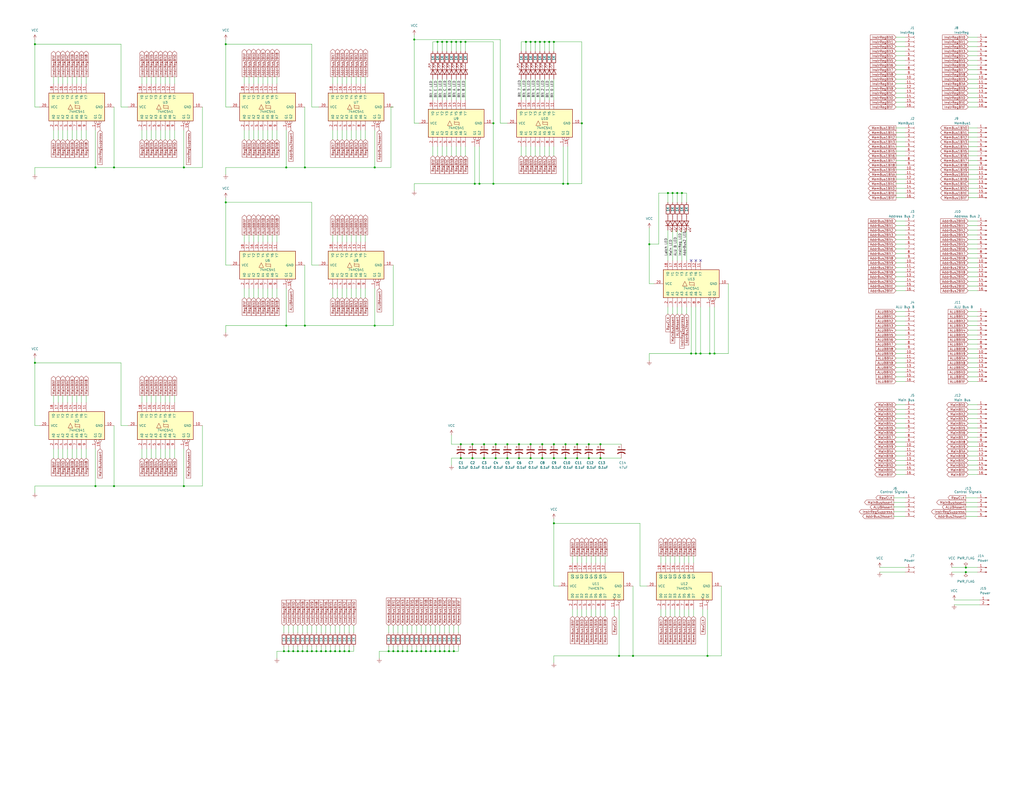
<source format=kicad_sch>
(kicad_sch (version 20230121) (generator eeschema)
  (paper "C")
  (title_block (title "16-Bit Register") (date "2022-10-29") (rev "1.0") (company "16-Bit Computer From Scratch") (comment 1 "Adam Clark (@eryjus)"))
  (junction (at 345.44 358.14))
  (junction (at 224.79 355.6))
  (junction (at 222.25 355.6))
  (junction (at 257.81 242.57))
  (junction (at 294.64 22.86))
  (junction (at 162.56 355.6))
  (junction (at 156.21 91.44))
  (junction (at 321.31 250.19))
  (junction (at 251.46 250.19))
  (junction (at 166.37 91.44))
  (junction (at 287.02 22.86))
  (junction (at 379.73 193.04))
  (junction (at 354.33 133.35))
  (junction (at 182.88 355.6))
  (junction (at 245.11 355.6))
  (junction (at 367.03 105.41))
  (junction (at 226.06 21.59))
  (junction (at 123.19 24.13))
  (junction (at 251.46 22.86))
  (junction (at 187.96 355.6))
  (junction (at 160.02 355.6))
  (junction (at 234.95 355.6))
  (junction (at 314.96 250.19))
  (junction (at 270.51 250.19))
  (junction (at 308.61 242.57))
  (junction (at 302.26 22.86))
  (junction (at 180.34 355.6))
  (junction (at 302.26 250.19))
  (junction (at 386.08 358.14))
  (junction (at 100.33 91.44))
  (junction (at 337.82 358.14))
  (junction (at 248.92 22.86))
  (junction (at 52.07 265.43))
  (junction (at 62.23 265.43))
  (junction (at 289.56 22.86))
  (junction (at 242.57 355.6))
  (junction (at 295.91 242.57))
  (junction (at 232.41 355.6))
  (junction (at 264.16 250.19))
  (junction (at 327.66 250.19))
  (junction (at 240.03 355.6))
  (junction (at 214.63 355.6))
  (junction (at 175.26 355.6))
  (junction (at 308.61 250.19))
  (junction (at 204.47 177.8))
  (junction (at 52.07 91.44))
  (junction (at 261.62 100.33))
  (junction (at 19.05 198.12))
  (junction (at 190.5 355.6))
  (junction (at 241.3 22.86))
  (junction (at 100.33 265.43))
  (junction (at 229.87 355.6))
  (junction (at 269.24 67.31))
  (junction (at 302.26 242.57))
  (junction (at 317.5 67.31))
  (junction (at 276.86 250.19))
  (junction (at 270.51 242.57))
  (junction (at 246.38 22.86))
  (junction (at 177.8 355.6))
  (junction (at 204.47 91.44))
  (junction (at 377.19 193.04))
  (junction (at 212.09 355.6))
  (junction (at 165.1 355.6))
  (junction (at 307.34 100.33))
  (junction (at 364.49 105.41))
  (junction (at 217.17 355.6))
  (junction (at 237.49 355.6))
  (junction (at 389.89 193.04))
  (junction (at 170.18 355.6))
  (junction (at 259.08 100.33))
  (junction (at 309.88 100.33))
  (junction (at 314.96 242.57))
  (junction (at 321.31 242.57))
  (junction (at 299.72 22.86))
  (junction (at 157.48 355.6))
  (junction (at 283.21 250.19))
  (junction (at 276.86 242.57))
  (junction (at 185.42 355.6))
  (junction (at 269.24 100.33))
  (junction (at 247.65 355.6))
  (junction (at 527.05 312.42))
  (junction (at 295.91 250.19))
  (junction (at 327.66 242.57))
  (junction (at 166.37 177.8))
  (junction (at 238.76 22.86))
  (junction (at 19.05 24.13))
  (junction (at 382.27 193.04))
  (junction (at 369.57 105.41))
  (junction (at 264.16 242.57))
  (junction (at 292.1 22.86))
  (junction (at 123.19 110.49))
  (junction (at 254 22.86))
  (junction (at 527.05 309.88))
  (junction (at 167.64 355.6))
  (junction (at 302.26 285.75))
  (junction (at 154.94 355.6))
  (junction (at 156.21 177.8))
  (junction (at 243.84 22.86))
  (junction (at 289.56 242.57))
  (junction (at 283.21 242.57))
  (junction (at 62.23 91.44))
  (junction (at 289.56 250.19))
  (junction (at 251.46 242.57))
  (junction (at 372.11 105.41))
  (junction (at 297.18 22.86))
  (junction (at 172.72 355.6))
  (junction (at 227.33 355.6))
  (junction (at 257.81 250.19))
  (junction (at 219.71 355.6))
  (junction (at 387.35 193.04))
  (no_connect (at 377.19 142.24))
  (no_connect (at 382.27 142.24))
  (no_connect (at 379.73 142.24))
  (wire (pts (xy 250.19 355.6) (xy 250.19 353.06)))
  (wire (pts (xy 123.19 21.59) (xy 123.19 24.13)))
  (wire (pts (xy 488.95 43.18) (xy 494.03 43.18)))
  (wire (pts (xy 212.09 353.06) (xy 212.09 355.6)))
  (wire (pts (xy 143.51 71.12) (xy 143.51 76.2)))
  (wire (pts (xy 251.46 22.86) (xy 254 22.86)))
  (wire (pts (xy 259.08 80.01) (xy 259.08 100.33)))
  (wire (pts (xy 327.66 332.74) (xy 327.66 336.55)))
  (wire (pts (xy 224.79 341.63) (xy 224.79 345.44)))
  (wire (pts (xy 165.1 353.06) (xy 165.1 355.6)))
  (wire (pts (xy 269.24 100.33) (xy 307.34 100.33)))
  (wire (pts (xy 488.95 20.32) (xy 494.03 20.32)))
  (wire (pts (xy 327.66 250.19) (xy 339.09 250.19)))
  (wire (pts (xy 41.91 245.11) (xy 41.91 250.19)))
  (wire (pts (xy 528.32 69.85) (xy 533.4 69.85)))
  (wire (pts (xy 151.13 128.27) (xy 151.13 132.08)))
  (wire (pts (xy 66.04 198.12) (xy 66.04 232.41)))
  (wire (pts (xy 19.05 195.58) (xy 19.05 198.12)))
  (wire (pts (xy 488.95 180.34) (xy 494.03 180.34)))
  (wire (pts (xy 299.72 22.86) (xy 302.26 22.86)))
  (wire (pts (xy 184.15 41.91) (xy 184.15 45.72)))
  (wire (pts (xy 180.34 355.6) (xy 182.88 355.6)))
  (wire (pts (xy 488.95 135.89) (xy 494.03 135.89)))
  (wire (pts (xy 85.09 215.9) (xy 85.09 219.71)))
  (wire (pts (xy 189.23 41.91) (xy 189.23 45.72)))
  (wire (pts (xy 62.23 265.43) (xy 100.33 265.43)))
  (wire (pts (xy 241.3 27.94) (xy 241.3 22.86)))
  (wire (pts (xy 488.95 77.47) (xy 494.03 77.47)))
  (wire (pts (xy 217.17 355.6) (xy 219.71 355.6)))
  (wire (pts (xy 528.32 246.38) (xy 533.4 246.38)))
  (wire (pts (xy 528.32 25.4) (xy 533.4 25.4)))
  (wire (pts (xy 276.86 242.57) (xy 283.21 242.57)))
  (wire (pts (xy 528.32 100.33) (xy 533.4 100.33)))
  (wire (pts (xy 189.23 157.48) (xy 189.23 162.56)))
  (wire (pts (xy 151.13 71.12) (xy 151.13 76.2)))
  (wire (pts (xy 270.51 250.19) (xy 276.86 250.19)))
  (wire (pts (xy 227.33 353.06) (xy 227.33 355.6)))
  (wire (pts (xy 488.95 128.27) (xy 494.03 128.27)))
  (wire (pts (xy 480.06 309.88) (xy 494.03 309.88)))
  (wire (pts (xy 369.57 105.41) (xy 372.11 105.41)))
  (wire (pts (xy 488.95 143.51) (xy 494.03 143.51)))
  (wire (pts (xy 359.41 133.35) (xy 354.33 133.35)))
  (wire (pts (xy 170.18 110.49) (xy 170.18 144.78)))
  (wire (pts (xy 247.65 341.63) (xy 247.65 345.44)))
  (wire (pts (xy 251.46 242.57) (xy 257.81 242.57)))
  (wire (pts (xy 488.95 138.43) (xy 494.03 138.43)))
  (wire (pts (xy 393.7 320.04) (xy 393.7 358.14)))
  (wire (pts (xy 242.57 353.06) (xy 242.57 355.6)))
  (wire (pts (xy 175.26 341.63) (xy 175.26 345.44)))
  (wire (pts (xy 151.13 355.6) (xy 151.13 359.41)))
  (wire (pts (xy 349.25 320.04) (xy 353.06 320.04)))
  (wire (pts (xy 488.95 69.85) (xy 494.03 69.85)))
  (wire (pts (xy 359.41 105.41) (xy 364.49 105.41)))
  (wire (pts (xy 369.57 167.64) (xy 369.57 171.45)))
  (wire (pts (xy 487.68 279.4) (xy 494.03 279.4)))
  (wire (pts (xy 31.75 41.91) (xy 31.75 45.72)))
  (wire (pts (xy 289.56 27.94) (xy 289.56 22.86)))
  (wire (pts (xy 92.71 41.91) (xy 92.71 45.72)))
  (wire (pts (xy 488.95 190.5) (xy 494.03 190.5)))
  (wire (pts (xy 528.32 125.73) (xy 533.4 125.73)))
  (wire (pts (xy 204.47 71.12) (xy 204.47 91.44)))
  (wire (pts (xy 372.11 105.41) (xy 374.65 105.41)))
  (wire (pts (xy 528.32 180.34) (xy 533.4 180.34)))
  (wire (pts (xy 309.88 80.01) (xy 309.88 100.33)))
  (wire (pts (xy 248.92 80.01) (xy 248.92 85.09)))
  (wire (pts (xy 520.7 330.2) (xy 534.67 330.2)))
  (wire (pts (xy 488.95 95.25) (xy 494.03 95.25)))
  (wire (pts (xy 528.32 58.42) (xy 533.4 58.42)))
  (wire (pts (xy 157.48 355.6) (xy 160.02 355.6)))
  (wire (pts (xy 488.95 146.05) (xy 494.03 146.05)))
  (wire (pts (xy 19.05 21.59) (xy 19.05 24.13)))
  (wire (pts (xy 364.49 105.41) (xy 367.03 105.41)))
  (wire (pts (xy 187.96 355.6) (xy 190.5 355.6)))
  (wire (pts (xy 302.26 358.14) (xy 302.26 361.95)))
  (wire (pts (xy 528.32 172.72) (xy 533.4 172.72)))
  (wire (pts (xy 528.32 102.87) (xy 533.4 102.87)))
  (wire (pts (xy 270.51 242.57) (xy 276.86 242.57)))
  (wire (pts (xy 238.76 27.94) (xy 238.76 22.86)))
  (wire (pts (xy 167.64 341.63) (xy 167.64 345.44)))
  (wire (pts (xy 370.84 332.74) (xy 370.84 336.55)))
  (wire (pts (xy 520.7 327.66) (xy 534.67 327.66)))
  (wire (pts (xy 372.11 167.64) (xy 372.11 171.45)))
  (wire (pts (xy 181.61 71.12) (xy 181.61 76.2)))
  (wire (pts (xy 292.1 22.86) (xy 294.64 22.86)))
  (wire (pts (xy 247.65 355.6) (xy 250.19 355.6)))
  (wire (pts (xy 186.69 128.27) (xy 186.69 132.08)))
  (wire (pts (xy 528.32 22.86) (xy 533.4 22.86)))
  (wire (pts (xy 321.31 250.19) (xy 327.66 250.19)))
  (wire (pts (xy 527.05 274.32) (xy 533.4 274.32)))
  (wire (pts (xy 236.22 27.94) (xy 236.22 22.86)))
  (wire (pts (xy 77.47 71.12) (xy 77.47 76.2)))
  (wire (pts (xy 488.95 195.58) (xy 494.03 195.58)))
  (wire (pts (xy 245.11 341.63) (xy 245.11 345.44)))
  (wire (pts (xy 191.77 157.48) (xy 191.77 162.56)))
  (wire (pts (xy 488.95 53.34) (xy 494.03 53.34)))
  (wire (pts (xy 283.21 250.19) (xy 289.56 250.19)))
  (wire (pts (xy 321.31 242.57) (xy 327.66 242.57)))
  (wire (pts (xy 90.17 71.12) (xy 90.17 76.2)))
  (wire (pts (xy 488.95 72.39) (xy 494.03 72.39)))
  (wire (pts (xy 302.26 43.18) (xy 302.26 54.61)))
  (wire (pts (xy 19.05 265.43) (xy 19.05 269.24)))
  (wire (pts (xy 157.48 341.63) (xy 157.48 345.44)))
  (wire (pts (xy 307.34 80.01) (xy 307.34 100.33)))
  (wire (pts (xy 39.37 41.91) (xy 39.37 45.72)))
  (wire (pts (xy 367.03 171.45) (xy 367.03 167.64)))
  (wire (pts (xy 345.44 320.04) (xy 345.44 358.14)))
  (wire (pts (xy 297.18 27.94) (xy 297.18 22.86)))
  (wire (pts (xy 487.68 276.86) (xy 494.03 276.86)))
  (wire (pts (xy 519.43 309.88) (xy 527.05 309.88)))
  (wire (pts (xy 219.71 353.06) (xy 219.71 355.6)))
  (wire (pts (xy 488.95 220.98) (xy 494.03 220.98)))
  (wire (pts (xy 488.95 85.09) (xy 494.03 85.09)))
  (wire (pts (xy 528.32 133.35) (xy 533.4 133.35)))
  (wire (pts (xy 264.16 242.57) (xy 270.51 242.57)))
  (wire (pts (xy 528.32 135.89) (xy 533.4 135.89)))
  (wire (pts (xy 135.89 157.48) (xy 135.89 162.56)))
  (wire (pts (xy 193.04 355.6) (xy 193.04 353.06)))
  (wire (pts (xy 488.95 33.02) (xy 494.03 33.02)))
  (wire (pts (xy 312.42 332.74) (xy 312.42 336.55)))
  (wire (pts (xy 528.32 55.88) (xy 533.4 55.88)))
  (wire (pts (xy 283.21 242.57) (xy 289.56 242.57)))
  (wire (pts (xy 194.31 157.48) (xy 194.31 162.56)))
  (wire (pts (xy 224.79 355.6) (xy 227.33 355.6)))
  (wire (pts (xy 259.08 100.33) (xy 261.62 100.33)))
  (wire (pts (xy 185.42 353.06) (xy 185.42 355.6)))
  (wire (pts (xy 302.26 22.86) (xy 317.5 22.86)))
  (wire (pts (xy 133.35 41.91) (xy 133.35 45.72)))
  (wire (pts (xy 177.8 353.06) (xy 177.8 355.6)))
  (wire (pts (xy 123.19 110.49) (xy 123.19 144.78)))
  (wire (pts (xy 62.23 91.44) (xy 100.33 91.44)))
  (wire (pts (xy 378.46 303.53) (xy 378.46 307.34)))
  (wire (pts (xy 488.95 203.2) (xy 494.03 203.2)))
  (wire (pts (xy 52.07 91.44) (xy 62.23 91.44)))
  (wire (pts (xy 295.91 242.57) (xy 302.26 242.57)))
  (wire (pts (xy 287.02 27.94) (xy 287.02 22.86)))
  (wire (pts (xy 528.32 231.14) (xy 533.4 231.14)))
  (wire (pts (xy 359.41 105.41) (xy 359.41 133.35)))
  (wire (pts (xy 302.26 250.19) (xy 308.61 250.19)))
  (wire (pts (xy 528.32 241.3) (xy 533.4 241.3)))
  (wire (pts (xy 387.35 167.64) (xy 387.35 193.04)))
  (wire (pts (xy 345.44 358.14) (xy 386.08 358.14)))
  (wire (pts (xy 245.11 353.06) (xy 245.11 355.6)))
  (wire (pts (xy 19.05 58.42) (xy 21.59 58.42)))
  (wire (pts (xy 488.95 185.42) (xy 494.03 185.42)))
  (wire (pts (xy 123.19 110.49) (xy 170.18 110.49)))
  (wire (pts (xy 82.55 245.11) (xy 82.55 250.19)))
  (wire (pts (xy 528.32 223.52) (xy 533.4 223.52)))
  (wire (pts (xy 302.26 80.01) (xy 302.26 85.09)))
  (wire (pts (xy 488.95 50.8) (xy 494.03 50.8)))
  (wire (pts (xy 80.01 215.9) (xy 80.01 219.71)))
  (wire (pts (xy 241.3 80.01) (xy 241.3 85.09)))
  (wire (pts (xy 240.03 341.63) (xy 240.03 345.44)))
  (wire (pts (xy 276.86 250.19) (xy 283.21 250.19)))
  (wire (pts (xy 204.47 177.8) (xy 214.63 177.8)))
  (wire (pts (xy 85.09 41.91) (xy 85.09 45.72)))
  (wire (pts (xy 46.99 71.12) (xy 46.99 76.2)))
  (wire (pts (xy 397.51 154.94) (xy 397.51 193.04)))
  (wire (pts (xy 488.95 170.18) (xy 494.03 170.18)))
  (wire (pts (xy 243.84 22.86) (xy 246.38 22.86)))
  (wire (pts (xy 172.72 355.6) (xy 175.26 355.6)))
  (wire (pts (xy 41.91 41.91) (xy 41.91 45.72)))
  (wire (pts (xy 190.5 341.63) (xy 190.5 345.44)))
  (wire (pts (xy 367.03 125.73) (xy 367.03 142.24)))
  (wire (pts (xy 175.26 353.06) (xy 175.26 355.6)))
  (wire (pts (xy 528.32 85.09) (xy 533.4 85.09)))
  (wire (pts (xy 241.3 22.86) (xy 243.84 22.86)))
  (wire (pts (xy 77.47 215.9) (xy 77.47 219.71)))
  (wire (pts (xy 77.47 245.11) (xy 77.47 250.19)))
  (wire (pts (xy 335.28 332.74) (xy 335.28 336.55)))
  (wire (pts (xy 527.05 281.94) (xy 533.4 281.94)))
  (wire (pts (xy 488.95 58.42) (xy 494.03 58.42)))
  (wire (pts (xy 82.55 71.12) (xy 82.55 76.2)))
  (wire (pts (xy 184.15 128.27) (xy 184.15 132.08)))
  (wire (pts (xy 36.83 71.12) (xy 36.83 76.2)))
  (wire (pts (xy 528.32 80.01) (xy 533.4 80.01)))
  (wire (pts (xy 383.54 332.74) (xy 383.54 336.55)))
  (wire (pts (xy 488.95 105.41) (xy 494.03 105.41)))
  (wire (pts (xy 166.37 177.8) (xy 204.47 177.8)))
  (wire (pts (xy 302.26 285.75) (xy 302.26 320.04)))
  (wire (pts (xy 138.43 41.91) (xy 138.43 45.72)))
  (wire (pts (xy 100.33 245.11) (xy 100.33 265.43)))
  (wire (pts (xy 80.01 245.11) (xy 80.01 250.19)))
  (wire (pts (xy 287.02 43.18) (xy 287.02 54.61)))
  (wire (pts (xy 156.21 177.8) (xy 166.37 177.8)))
  (wire (pts (xy 528.32 43.18) (xy 533.4 43.18)))
  (wire (pts (xy 269.24 67.31) (xy 269.24 100.33)))
  (wire (pts (xy 123.19 177.8) (xy 123.19 181.61)))
  (wire (pts (xy 199.39 157.48) (xy 199.39 162.56)))
  (wire (pts (xy 312.42 303.53) (xy 312.42 307.34)))
  (wire (pts (xy 224.79 353.06) (xy 224.79 355.6)))
  (wire (pts (xy 307.34 100.33) (xy 309.88 100.33)))
  (wire (pts (xy 238.76 80.01) (xy 238.76 85.09)))
  (wire (pts (xy 386.08 358.14) (xy 393.7 358.14)))
  (wire (pts (xy 261.62 100.33) (xy 269.24 100.33)))
  (wire (pts (xy 372.11 125.73) (xy 372.11 142.24)))
  (wire (pts (xy 309.88 100.33) (xy 317.5 100.33)))
  (wire (pts (xy 251.46 43.18) (xy 251.46 54.61)))
  (wire (pts (xy 246.38 237.49) (xy 246.38 242.57)))
  (wire (pts (xy 314.96 303.53) (xy 314.96 307.34)))
  (wire (pts (xy 187.96 353.06) (xy 187.96 355.6)))
  (wire (pts (xy 123.19 177.8) (xy 156.21 177.8)))
  (wire (pts (xy 302.26 242.57) (xy 308.61 242.57)))
  (wire (pts (xy 528.32 153.67) (xy 533.4 153.67)))
  (wire (pts (xy 528.32 175.26) (xy 533.4 175.26)))
  (wire (pts (xy 140.97 71.12) (xy 140.97 76.2)))
  (wire (pts (xy 160.02 355.6) (xy 162.56 355.6)))
  (wire (pts (xy 66.04 232.41) (xy 69.85 232.41)))
  (wire (pts (xy 160.02 341.63) (xy 160.02 345.44)))
  (wire (pts (xy 190.5 353.06) (xy 190.5 355.6)))
  (wire (pts (xy 299.72 43.18) (xy 299.72 54.61)))
  (wire (pts (xy 85.09 245.11) (xy 85.09 250.19)))
  (wire (pts (xy 214.63 144.78) (xy 214.63 177.8)))
  (wire (pts (xy 314.96 242.57) (xy 321.31 242.57)))
  (wire (pts (xy 488.95 243.84) (xy 494.03 243.84)))
  (wire (pts (xy 19.05 232.41) (xy 21.59 232.41)))
  (wire (pts (xy 322.58 303.53) (xy 322.58 307.34)))
  (wire (pts (xy 185.42 355.6) (xy 187.96 355.6)))
  (wire (pts (xy 528.32 177.8) (xy 533.4 177.8)))
  (wire (pts (xy 227.33 341.63) (xy 227.33 345.44)))
  (wire (pts (xy 284.48 22.86) (xy 287.02 22.86)))
  (wire (pts (xy 227.33 355.6) (xy 229.87 355.6)))
  (wire (pts (xy 162.56 353.06) (xy 162.56 355.6)))
  (wire (pts (xy 170.18 24.13) (xy 170.18 58.42)))
  (wire (pts (xy 80.01 71.12) (xy 80.01 76.2)))
  (wire (pts (xy 156.21 157.48) (xy 156.21 177.8)))
  (wire (pts (xy 528.32 82.55) (xy 533.4 82.55)))
  (wire (pts (xy 170.18 355.6) (xy 172.72 355.6)))
  (wire (pts (xy 527.05 312.42) (xy 533.4 312.42)))
  (wire (pts (xy 528.32 251.46) (xy 533.4 251.46)))
  (wire (pts (xy 364.49 171.45) (xy 364.49 167.64)))
  (wire (pts (xy 44.45 71.12) (xy 44.45 76.2)))
  (wire (pts (xy 261.62 80.01) (xy 261.62 100.33)))
  (wire (pts (xy 389.89 193.04) (xy 397.51 193.04)))
  (wire (pts (xy 488.95 27.94) (xy 494.03 27.94)))
  (wire (pts (xy 528.32 198.12) (xy 533.4 198.12)))
  (wire (pts (xy 237.49 355.6) (xy 240.03 355.6)))
  (wire (pts (xy 373.38 303.53) (xy 373.38 307.34)))
  (wire (pts (xy 519.43 312.42) (xy 527.05 312.42)))
  (wire (pts (xy 308.61 250.19) (xy 314.96 250.19)))
  (wire (pts (xy 31.75 215.9) (xy 31.75 219.71)))
  (wire (pts (xy 250.19 345.44) (xy 250.19 341.63)))
  (wire (pts (xy 165.1 341.63) (xy 165.1 345.44)))
  (wire (pts (xy 237.49 341.63) (xy 237.49 345.44)))
  (wire (pts (xy 488.95 156.21) (xy 494.03 156.21)))
  (wire (pts (xy 44.45 41.91) (xy 44.45 45.72)))
  (wire (pts (xy 488.95 246.38) (xy 494.03 246.38)))
  (wire (pts (xy 528.32 148.59) (xy 533.4 148.59)))
  (wire (pts (xy 214.63 353.06) (xy 214.63 355.6)))
  (wire (pts (xy 377.19 167.64) (xy 377.19 193.04)))
  (wire (pts (xy 34.29 41.91) (xy 34.29 45.72)))
  (wire (pts (xy 162.56 355.6) (xy 165.1 355.6)))
  (wire (pts (xy 222.25 353.06) (xy 222.25 355.6)))
  (wire (pts (xy 41.91 71.12) (xy 41.91 76.2)))
  (wire (pts (xy 151.13 41.91) (xy 151.13 45.72)))
  (wire (pts (xy 123.19 91.44) (xy 156.21 91.44)))
  (wire (pts (xy 488.95 55.88) (xy 494.03 55.88)))
  (wire (pts (xy 488.95 233.68) (xy 494.03 233.68)))
  (wire (pts (xy 140.97 128.27) (xy 140.97 132.08)))
  (wire (pts (xy 193.04 341.63) (xy 193.04 345.44)))
  (wire (pts (xy 487.68 274.32) (xy 494.03 274.32)))
  (wire (pts (xy 528.32 95.25) (xy 533.4 95.25)))
  (wire (pts (xy 349.25 285.75) (xy 349.25 320.04)))
  (wire (pts (xy 77.47 41.91) (xy 77.47 45.72)))
  (wire (pts (xy 382.27 193.04) (xy 387.35 193.04)))
  (wire (pts (xy 337.82 358.14) (xy 345.44 358.14)))
  (wire (pts (xy 110.49 58.42) (xy 110.49 91.44)))
  (wire (pts (xy 488.95 226.06) (xy 494.03 226.06)))
  (wire (pts (xy 165.1 355.6) (xy 167.64 355.6)))
  (wire (pts (xy 488.95 241.3) (xy 494.03 241.3)))
  (wire (pts (xy 488.95 153.67) (xy 494.03 153.67)))
  (wire (pts (xy 181.61 128.27) (xy 181.61 132.08)))
  (wire (pts (xy 382.27 167.64) (xy 382.27 193.04)))
  (wire (pts (xy 156.21 71.12) (xy 156.21 91.44)))
  (wire (pts (xy 154.94 355.6) (xy 157.48 355.6)))
  (wire (pts (xy 162.56 341.63) (xy 162.56 345.44)))
  (wire (pts (xy 133.35 157.48) (xy 133.35 162.56)))
  (wire (pts (xy 19.05 265.43) (xy 52.07 265.43)))
  (wire (pts (xy 170.18 341.63) (xy 170.18 345.44)))
  (wire (pts (xy 528.32 87.63) (xy 533.4 87.63)))
  (wire (pts (xy 36.83 215.9) (xy 36.83 219.71)))
  (wire (pts (xy 177.8 341.63) (xy 177.8 345.44)))
  (wire (pts (xy 363.22 303.53) (xy 363.22 307.34)))
  (wire (pts (xy 367.03 105.41) (xy 369.57 105.41)))
  (wire (pts (xy 488.95 158.75) (xy 494.03 158.75)))
  (wire (pts (xy 90.17 41.91) (xy 90.17 45.72)))
  (wire (pts (xy 182.88 353.06) (xy 182.88 355.6)))
  (wire (pts (xy 527.05 276.86) (xy 533.4 276.86)))
  (wire (pts (xy 19.05 91.44) (xy 19.05 95.25)))
  (wire (pts (xy 52.07 265.43) (xy 62.23 265.43)))
  (wire (pts (xy 289.56 242.57) (xy 295.91 242.57)))
  (wire (pts (xy 488.95 208.28) (xy 494.03 208.28)))
  (wire (pts (xy 243.84 43.18) (xy 243.84 54.61)))
  (wire (pts (xy 528.32 205.74) (xy 533.4 205.74)))
  (wire (pts (xy 528.32 238.76) (xy 533.4 238.76)))
  (wire (pts (xy 212.09 355.6) (xy 214.63 355.6)))
  (wire (pts (xy 488.95 120.65) (xy 494.03 120.65)))
  (wire (pts (xy 528.32 226.06) (xy 533.4 226.06)))
  (wire (pts (xy 66.04 24.13) (xy 66.04 58.42)))
  (wire (pts (xy 186.69 41.91) (xy 186.69 45.72)))
  (wire (pts (xy 365.76 332.74) (xy 365.76 336.55)))
  (wire (pts (xy 528.32 248.92) (xy 533.4 248.92)))
  (wire (pts (xy 246.38 250.19) (xy 246.38 254)))
  (wire (pts (xy 330.2 303.53) (xy 330.2 307.34)))
  (wire (pts (xy 19.05 24.13) (xy 66.04 24.13)))
  (wire (pts (xy 199.39 41.91) (xy 199.39 45.72)))
  (wire (pts (xy 488.95 200.66) (xy 494.03 200.66)))
  (wire (pts (xy 226.06 21.59) (xy 226.06 67.31)))
  (wire (pts (xy 245.11 355.6) (xy 247.65 355.6)))
  (wire (pts (xy 246.38 250.19) (xy 251.46 250.19)))
  (wire (pts (xy 217.17 353.06) (xy 217.17 355.6)))
  (wire (pts (xy 222.25 341.63) (xy 222.25 345.44)))
  (wire (pts (xy 146.05 71.12) (xy 146.05 76.2)))
  (wire (pts (xy 123.19 24.13) (xy 123.19 58.42)))
  (wire (pts (xy 234.95 353.06) (xy 234.95 355.6)))
  (wire (pts (xy 219.71 355.6) (xy 222.25 355.6)))
  (wire (pts (xy 488.95 125.73) (xy 494.03 125.73)))
  (wire (pts (xy 87.63 41.91) (xy 87.63 45.72)))
  (wire (pts (xy 528.32 48.26) (xy 533.4 48.26)))
  (wire (pts (xy 488.95 251.46) (xy 494.03 251.46)))
  (wire (pts (xy 528.32 72.39) (xy 533.4 72.39)))
  (wire (pts (xy 170.18 58.42) (xy 173.99 58.42)))
  (wire (pts (xy 528.32 138.43) (xy 533.4 138.43)))
  (wire (pts (xy 364.49 125.73) (xy 364.49 142.24)))
  (wire (pts (xy 528.32 92.71) (xy 533.4 92.71)))
  (wire (pts (xy 100.33 265.43) (xy 110.49 265.43)))
  (wire (pts (xy 52.07 71.12) (xy 52.07 91.44)))
  (wire (pts (xy 251.46 80.01) (xy 251.46 85.09)))
  (wire (pts (xy 527.05 309.88) (xy 533.4 309.88)))
  (wire (pts (xy 289.56 250.19) (xy 295.91 250.19)))
  (wire (pts (xy 95.25 215.9) (xy 95.25 219.71)))
  (wire (pts (xy 488.95 107.95) (xy 494.03 107.95)))
  (wire (pts (xy 123.19 24.13) (xy 170.18 24.13)))
  (wire (pts (xy 34.29 71.12) (xy 34.29 76.2)))
  (wire (pts (xy 181.61 157.48) (xy 181.61 162.56)))
  (wire (pts (xy 528.32 38.1) (xy 533.4 38.1)))
  (wire (pts (xy 372.11 110.49) (xy 372.11 105.41)))
  (wire (pts (xy 317.5 332.74) (xy 317.5 336.55)))
  (wire (pts (xy 156.21 91.44) (xy 166.37 91.44)))
  (wire (pts (xy 19.05 198.12) (xy 19.05 232.41)))
  (wire (pts (xy 166.37 58.42) (xy 166.37 91.44)))
  (wire (pts (xy 140.97 41.91) (xy 140.97 45.72)))
  (wire (pts (xy 213.36 58.42) (xy 214.63 58.42)))
  (wire (pts (xy 191.77 71.12) (xy 191.77 76.2)))
  (wire (pts (xy 186.69 71.12) (xy 186.69 76.2)))
  (wire (pts (xy 186.69 157.48) (xy 186.69 162.56)))
  (wire (pts (xy 302.26 27.94) (xy 302.26 22.86)))
  (wire (pts (xy 330.2 332.74) (xy 330.2 336.55)))
  (wire (pts (xy 488.95 92.71) (xy 494.03 92.71)))
  (wire (pts (xy 528.32 146.05) (xy 533.4 146.05)))
  (wire (pts (xy 528.32 53.34) (xy 533.4 53.34)))
  (wire (pts (xy 92.71 215.9) (xy 92.71 219.71)))
  (wire (pts (xy 354.33 193.04) (xy 354.33 196.85)))
  (wire (pts (xy 302.26 285.75) (xy 349.25 285.75)))
  (wire (pts (xy 34.29 245.11) (xy 34.29 250.19)))
  (wire (pts (xy 140.97 157.48) (xy 140.97 162.56)))
  (wire (pts (xy 246.38 43.18) (xy 246.38 54.61)))
  (wire (pts (xy 354.33 124.46) (xy 354.33 133.35)))
  (wire (pts (xy 294.64 80.01) (xy 294.64 85.09)))
  (wire (pts (xy 480.06 312.42) (xy 494.03 312.42)))
  (wire (pts (xy 123.19 144.78) (xy 125.73 144.78)))
  (wire (pts (xy 31.75 71.12) (xy 31.75 76.2)))
  (wire (pts (xy 138.43 128.27) (xy 138.43 132.08)))
  (wire (pts (xy 528.32 90.17) (xy 533.4 90.17)))
  (wire (pts (xy 488.95 259.08) (xy 494.03 259.08)))
  (wire (pts (xy 236.22 22.86) (xy 238.76 22.86)))
  (wire (pts (xy 146.05 128.27) (xy 146.05 132.08)))
  (wire (pts (xy 375.92 332.74) (xy 375.92 336.55)))
  (wire (pts (xy 528.32 74.93) (xy 533.4 74.93)))
  (wire (pts (xy 528.32 203.2) (xy 533.4 203.2)))
  (wire (pts (xy 36.83 245.11) (xy 36.83 250.19)))
  (wire (pts (xy 320.04 303.53) (xy 320.04 307.34)))
  (wire (pts (xy 488.95 248.92) (xy 494.03 248.92)))
  (wire (pts (xy 95.25 245.11) (xy 95.25 250.19)))
  (wire (pts (xy 487.68 271.78) (xy 494.03 271.78)))
  (wire (pts (xy 229.87 341.63) (xy 229.87 345.44)))
  (wire (pts (xy 528.32 120.65) (xy 533.4 120.65)))
  (wire (pts (xy 364.49 110.49) (xy 364.49 105.41)))
  (wire (pts (xy 314.96 250.19) (xy 321.31 250.19)))
  (wire (pts (xy 44.45 245.11) (xy 44.45 250.19)))
  (wire (pts (xy 29.21 215.9) (xy 29.21 219.71)))
  (wire (pts (xy 488.95 256.54) (xy 494.03 256.54)))
  (wire (pts (xy 123.19 107.95) (xy 123.19 110.49)))
  (wire (pts (xy 527.05 271.78) (xy 533.4 271.78)))
  (wire (pts (xy 284.48 43.18) (xy 284.48 54.61)))
  (wire (pts (xy 287.02 22.86) (xy 289.56 22.86)))
  (wire (pts (xy 123.19 58.42) (xy 125.73 58.42)))
  (wire (pts (xy 528.32 105.41) (xy 533.4 105.41)))
  (wire (pts (xy 133.35 128.27) (xy 133.35 132.08)))
  (wire (pts (xy 488.95 182.88) (xy 494.03 182.88)))
  (wire (pts (xy 317.5 303.53) (xy 317.5 307.34)))
  (wire (pts (xy 488.95 187.96) (xy 494.03 187.96)))
  (wire (pts (xy 488.95 198.12) (xy 494.03 198.12)))
  (wire (pts (xy 488.95 74.93) (xy 494.03 74.93)))
  (wire (pts (xy 528.32 33.02) (xy 533.4 33.02)))
  (wire (pts (xy 167.64 355.6) (xy 170.18 355.6)))
  (wire (pts (xy 488.95 38.1) (xy 494.03 38.1)))
  (wire (pts (xy 138.43 71.12) (xy 138.43 76.2)))
  (wire (pts (xy 46.99 41.91) (xy 46.99 45.72)))
  (wire (pts (xy 207.01 355.6) (xy 207.01 359.41)))
  (wire (pts (xy 92.71 245.11) (xy 92.71 250.19)))
  (wire (pts (xy 100.33 91.44) (xy 110.49 91.44)))
  (wire (pts (xy 189.23 71.12) (xy 189.23 76.2)))
  (wire (pts (xy 157.48 353.06) (xy 157.48 355.6)))
  (wire (pts (xy 375.92 303.53) (xy 375.92 307.34)))
  (wire (pts (xy 254 80.01) (xy 254 85.09)))
  (wire (pts (xy 369.57 125.73) (xy 369.57 142.24)))
  (wire (pts (xy 488.95 223.52) (xy 494.03 223.52)))
  (wire (pts (xy 322.58 332.74) (xy 322.58 336.55)))
  (wire (pts (xy 213.36 58.42) (xy 213.36 91.44)))
  (wire (pts (xy 374.65 125.73) (xy 374.65 142.24)))
  (wire (pts (xy 217.17 341.63) (xy 217.17 345.44)))
  (wire (pts (xy 243.84 27.94) (xy 243.84 22.86)))
  (wire (pts (xy 180.34 341.63) (xy 180.34 345.44)))
  (wire (pts (xy 257.81 250.19) (xy 264.16 250.19)))
  (wire (pts (xy 257.81 242.57) (xy 264.16 242.57)))
  (wire (pts (xy 302.26 283.21) (xy 302.26 285.75)))
  (wire (pts (xy 289.56 22.86) (xy 292.1 22.86)))
  (wire (pts (xy 488.95 123.19) (xy 494.03 123.19)))
  (wire (pts (xy 488.95 193.04) (xy 494.03 193.04)))
  (wire (pts (xy 80.01 41.91) (xy 80.01 45.72)))
  (wire (pts (xy 248.92 43.18) (xy 248.92 54.61)))
  (wire (pts (xy 297.18 43.18) (xy 297.18 54.61)))
  (wire (pts (xy 172.72 353.06) (xy 172.72 355.6)))
  (wire (pts (xy 170.18 144.78) (xy 173.99 144.78)))
  (wire (pts (xy 29.21 71.12) (xy 29.21 76.2)))
  (wire (pts (xy 189.23 128.27) (xy 189.23 132.08)))
  (wire (pts (xy 238.76 22.86) (xy 241.3 22.86)))
  (wire (pts (xy 528.32 182.88) (xy 533.4 182.88)))
  (wire (pts (xy 138.43 157.48) (xy 138.43 162.56)))
  (wire (pts (xy 246.38 80.01) (xy 246.38 85.09)))
  (wire (pts (xy 181.61 41.91) (xy 181.61 45.72)))
  (wire (pts (xy 247.65 353.06) (xy 247.65 355.6)))
  (wire (pts (xy 19.05 24.13) (xy 19.05 58.42)))
  (wire (pts (xy 222.25 355.6) (xy 224.79 355.6)))
  (wire (pts (xy 528.32 40.64) (xy 533.4 40.64)))
  (wire (pts (xy 374.65 110.49) (xy 374.65 105.41)))
  (wire (pts (xy 39.37 71.12) (xy 39.37 76.2)))
  (wire (pts (xy 146.05 41.91) (xy 146.05 45.72)))
  (wire (pts (xy 236.22 43.18) (xy 236.22 54.61)))
  (wire (pts (xy 528.32 220.98) (xy 533.4 220.98)))
  (wire (pts (xy 289.56 80.01) (xy 289.56 85.09)))
  (wire (pts (xy 528.32 254) (xy 533.4 254)))
  (wire (pts (xy 232.41 353.06) (xy 232.41 355.6)))
  (wire (pts (xy 39.37 245.11) (xy 39.37 250.19)))
  (wire (pts (xy 488.95 97.79) (xy 494.03 97.79)))
  (wire (pts (xy 292.1 43.18) (xy 292.1 54.61)))
  (wire (pts (xy 160.02 353.06) (xy 160.02 355.6)))
  (wire (pts (xy 528.32 259.08) (xy 533.4 259.08)))
  (wire (pts (xy 204.47 91.44) (xy 213.36 91.44)))
  (wire (pts (xy 368.3 332.74) (xy 368.3 336.55)))
  (wire (pts (xy 488.95 80.01) (xy 494.03 80.01)))
  (wire (pts (xy 87.63 245.11) (xy 87.63 250.19)))
  (wire (pts (xy 214.63 355.6) (xy 217.17 355.6)))
  (wire (pts (xy 528.32 97.79) (xy 533.4 97.79)))
  (wire (pts (xy 488.95 100.33) (xy 494.03 100.33)))
  (wire (pts (xy 317.5 67.31) (xy 317.5 100.33)))
  (wire (pts (xy 229.87 355.6) (xy 232.41 355.6)))
  (wire (pts (xy 377.19 193.04) (xy 379.73 193.04)))
  (wire (pts (xy 82.55 41.91) (xy 82.55 45.72)))
  (wire (pts (xy 41.91 215.9) (xy 41.91 219.71)))
  (wire (pts (xy 488.95 102.87) (xy 494.03 102.87)))
  (wire (pts (xy 289.56 43.18) (xy 289.56 54.61)))
  (wire (pts (xy 294.64 22.86) (xy 297.18 22.86)))
  (wire (pts (xy 299.72 27.94) (xy 299.72 22.86)))
  (wire (pts (xy 269.24 22.86) (xy 269.24 67.31)))
  (wire (pts (xy 240.03 353.06) (xy 240.03 355.6)))
  (wire (pts (xy 294.64 43.18) (xy 294.64 54.61)))
  (wire (pts (xy 365.76 303.53) (xy 365.76 307.34)))
  (wire (pts (xy 242.57 355.6) (xy 245.11 355.6)))
  (wire (pts (xy 207.01 355.6) (xy 212.09 355.6)))
  (wire (pts (xy 528.32 123.19) (xy 533.4 123.19)))
  (wire (pts (xy 379.73 193.04) (xy 382.27 193.04)))
  (wire (pts (xy 488.95 90.17) (xy 494.03 90.17)))
  (wire (pts (xy 386.08 332.74) (xy 386.08 358.14)))
  (wire (pts (xy 325.12 303.53) (xy 325.12 307.34)))
  (wire (pts (xy 528.32 27.94) (xy 533.4 27.94)))
  (wire (pts (xy 488.95 148.59) (xy 494.03 148.59)))
  (wire (pts (xy 154.94 341.63) (xy 154.94 345.44)))
  (wire (pts (xy 528.32 195.58) (xy 533.4 195.58)))
  (wire (pts (xy 488.95 25.4) (xy 494.03 25.4)))
  (wire (pts (xy 62.23 58.42) (xy 62.23 91.44)))
  (wire (pts (xy 297.18 22.86) (xy 299.72 22.86)))
  (wire (pts (xy 488.95 133.35) (xy 494.03 133.35)))
  (wire (pts (xy 367.03 110.49) (xy 367.03 105.41)))
  (wire (pts (xy 354.33 133.35) (xy 354.33 154.94)))
  (wire (pts (xy 488.95 48.26) (xy 494.03 48.26)))
  (wire (pts (xy 264.16 250.19) (xy 270.51 250.19)))
  (wire (pts (xy 90.17 215.9) (xy 90.17 219.71)))
  (wire (pts (xy 148.59 128.27) (xy 148.59 132.08)))
  (wire (pts (xy 196.85 157.48) (xy 196.85 162.56)))
  (wire (pts (xy 251.46 27.94) (xy 251.46 22.86)))
  (wire (pts (xy 100.33 71.12) (xy 100.33 91.44)))
  (wire (pts (xy 175.26 355.6) (xy 177.8 355.6)))
  (wire (pts (xy 226.06 100.33) (xy 226.06 104.14)))
  (wire (pts (xy 151.13 355.6) (xy 154.94 355.6)))
  (wire (pts (xy 527.05 279.4) (xy 533.4 279.4)))
  (wire (pts (xy 87.63 215.9) (xy 87.63 219.71)))
  (wire (pts (xy 528.32 158.75) (xy 533.4 158.75)))
  (wire (pts (xy 488.95 238.76) (xy 494.03 238.76)))
  (wire (pts (xy 242.57 341.63) (xy 242.57 345.44)))
  (wire (pts (xy 92.71 71.12) (xy 92.71 76.2)))
  (wire (pts (xy 187.96 341.63) (xy 187.96 345.44)))
  (wire (pts (xy 172.72 341.63) (xy 172.72 345.44)))
  (wire (pts (xy 135.89 71.12) (xy 135.89 76.2)))
  (wire (pts (xy 327.66 242.57) (xy 339.09 242.57)))
  (wire (pts (xy 488.95 231.14) (xy 494.03 231.14)))
  (wire (pts (xy 44.45 215.9) (xy 44.45 219.71)))
  (wire (pts (xy 199.39 71.12) (xy 199.39 76.2)))
  (wire (pts (xy 294.64 27.94) (xy 294.64 22.86)))
  (wire (pts (xy 185.42 341.63) (xy 185.42 345.44)))
  (wire (pts (xy 488.95 172.72) (xy 494.03 172.72)))
  (wire (pts (xy 234.95 355.6) (xy 237.49 355.6)))
  (wire (pts (xy 196.85 71.12) (xy 196.85 76.2)))
  (wire (pts (xy 528.32 143.51) (xy 533.4 143.51)))
  (wire (pts (xy 95.25 41.91) (xy 95.25 45.72)))
  (wire (pts (xy 528.32 130.81) (xy 533.4 130.81)))
  (wire (pts (xy 528.32 140.97) (xy 533.4 140.97)))
  (wire (pts (xy 154.94 353.06) (xy 154.94 355.6)))
  (wire (pts (xy 488.95 40.64) (xy 494.03 40.64)))
  (wire (pts (xy 34.29 215.9) (xy 34.29 219.71)))
  (wire (pts (xy 85.09 71.12) (xy 85.09 76.2)))
  (wire (pts (xy 273.05 21.59) (xy 273.05 67.31)))
  (wire (pts (xy 19.05 91.44) (xy 52.07 91.44)))
  (wire (pts (xy 360.68 303.53) (xy 360.68 307.34)))
  (wire (pts (xy 90.17 245.11) (xy 90.17 250.19)))
  (wire (pts (xy 66.04 58.42) (xy 69.85 58.42)))
  (wire (pts (xy 191.77 128.27) (xy 191.77 132.08)))
  (wire (pts (xy 528.32 190.5) (xy 533.4 190.5)))
  (wire (pts (xy 143.51 157.48) (xy 143.51 162.56)))
  (wire (pts (xy 360.68 332.74) (xy 360.68 336.55)))
  (wire (pts (xy 528.32 45.72) (xy 533.4 45.72)))
  (wire (pts (xy 87.63 71.12) (xy 87.63 76.2)))
  (wire (pts (xy 273.05 67.31) (xy 276.86 67.31)))
  (wire (pts (xy 354.33 154.94) (xy 356.87 154.94)))
  (wire (pts (xy 39.37 215.9) (xy 39.37 219.71)))
  (wire (pts (xy 374.65 167.64) (xy 374.65 171.45)))
  (wire (pts (xy 488.95 22.86) (xy 494.03 22.86)))
  (wire (pts (xy 488.95 177.8) (xy 494.03 177.8)))
  (wire (pts (xy 528.32 233.68) (xy 533.4 233.68)))
  (wire (pts (xy 241.3 43.18) (xy 241.3 54.61)))
  (wire (pts (xy 488.95 130.81) (xy 494.03 130.81)))
  (wire (pts (xy 236.22 80.01) (xy 236.22 85.09)))
  (wire (pts (xy 488.95 87.63) (xy 494.03 87.63)))
  (wire (pts (xy 327.66 303.53) (xy 327.66 307.34)))
  (wire (pts (xy 196.85 41.91) (xy 196.85 45.72)))
  (wire (pts (xy 62.23 232.41) (xy 62.23 265.43)))
  (wire (pts (xy 46.99 245.11) (xy 46.99 250.19)))
  (wire (pts (xy 196.85 128.27) (xy 196.85 132.08)))
  (wire (pts (xy 194.31 41.91) (xy 194.31 45.72)))
  (wire (pts (xy 182.88 341.63) (xy 182.88 345.44)))
  (wire (pts (xy 363.22 332.74) (xy 363.22 336.55)))
  (wire (pts (xy 528.32 228.6) (xy 533.4 228.6)))
  (wire (pts (xy 488.95 175.26) (xy 494.03 175.26)))
  (wire (pts (xy 170.18 353.06) (xy 170.18 355.6)))
  (wire (pts (xy 226.06 19.05) (xy 226.06 21.59)))
  (wire (pts (xy 226.06 100.33) (xy 259.08 100.33)))
  (wire (pts (xy 226.06 67.31) (xy 228.6 67.31)))
  (wire (pts (xy 528.32 170.18) (xy 533.4 170.18)))
  (wire (pts (xy 180.34 353.06) (xy 180.34 355.6)))
  (wire (pts (xy 528.32 193.04) (xy 533.4 193.04)))
  (wire (pts (xy 251.46 250.19) (xy 257.81 250.19)))
  (wire (pts (xy 528.32 243.84) (xy 533.4 243.84)))
  (wire (pts (xy 29.21 41.91) (xy 29.21 45.72)))
  (wire (pts (xy 488.95 35.56) (xy 494.03 35.56)))
  (wire (pts (xy 146.05 157.48) (xy 146.05 162.56)))
  (wire (pts (xy 167.64 353.06) (xy 167.64 355.6)))
  (wire (pts (xy 299.72 80.01) (xy 299.72 85.09)))
  (wire (pts (xy 19.05 198.12) (xy 66.04 198.12)))
  (wire (pts (xy 246.38 27.94) (xy 246.38 22.86)))
  (wire (pts (xy 528.32 77.47) (xy 533.4 77.47)))
  (wire (pts (xy 123.19 91.44) (xy 123.19 95.25)))
  (wire (pts (xy 237.49 353.06) (xy 237.49 355.6)))
  (wire (pts (xy 36.83 41.91) (xy 36.83 45.72)))
  (wire (pts (xy 528.32 151.13) (xy 533.4 151.13)))
  (wire (pts (xy 238.76 43.18) (xy 238.76 54.61)))
  (wire (pts (xy 302.26 320.04) (xy 304.8 320.04)))
  (wire (pts (xy 184.15 157.48) (xy 184.15 162.56)))
  (wire (pts (xy 528.32 50.8) (xy 533.4 50.8)))
  (wire (pts (xy 308.61 242.57) (xy 314.96 242.57)))
  (wire (pts (xy 95.25 71.12) (xy 95.25 76.2)))
  (wire (pts (xy 226.06 21.59) (xy 273.05 21.59)))
  (wire (pts (xy 232.41 341.63) (xy 232.41 345.44)))
  (wire (pts (xy 232.41 355.6) (xy 234.95 355.6)))
  (wire (pts (xy 254 22.86) (xy 269.24 22.86)))
  (wire (pts (xy 528.32 256.54) (xy 533.4 256.54)))
  (wire (pts (xy 528.32 200.66) (xy 533.4 200.66)))
  (wire (pts (xy 31.75 245.11) (xy 31.75 250.19)))
  (wire (pts (xy 528.32 20.32) (xy 533.4 20.32)))
  (wire (pts (xy 182.88 355.6) (xy 185.42 355.6)))
  (wire (pts (xy 246.38 22.86) (xy 248.92 22.86)))
  (wire (pts (xy 148.59 157.48) (xy 148.59 162.56)))
  (wire (pts (xy 528.32 187.96) (xy 533.4 187.96)))
  (wire (pts (xy 284.48 27.94) (xy 284.48 22.86)))
  (wire (pts (xy 254 43.18) (xy 254 54.61)))
  (wire (pts (xy 29.21 245.11) (xy 29.21 250.19)))
  (wire (pts (xy 148.59 41.91) (xy 148.59 45.72)))
  (wire (pts (xy 373.38 332.74) (xy 373.38 336.55)))
  (wire (pts (xy 317.5 22.86) (xy 317.5 67.31)))
  (wire (pts (xy 287.02 80.01) (xy 287.02 85.09)))
  (wire (pts (xy 302.26 358.14) (xy 337.82 358.14)))
  (wire (pts (xy 528.32 185.42) (xy 533.4 185.42)))
  (wire (pts (xy 389.89 167.64) (xy 389.89 193.04)))
  (wire (pts (xy 292.1 27.94) (xy 292.1 22.86)))
  (wire (pts (xy 246.38 242.57) (xy 251.46 242.57)))
  (wire (pts (xy 368.3 303.53) (xy 368.3 307.34)))
  (wire (pts (xy 151.13 157.48) (xy 151.13 162.56)))
  (wire (pts (xy 234.95 341.63) (xy 234.95 345.44)))
  (wire (pts (xy 488.95 228.6) (xy 494.03 228.6)))
  (wire (pts (xy 320.04 332.74) (xy 320.04 336.55)))
  (wire (pts (xy 240.03 355.6) (xy 242.57 355.6)))
  (wire (pts (xy 528.32 236.22) (xy 533.4 236.22)))
  (wire (pts (xy 297.18 80.01) (xy 297.18 85.09)))
  (wire (pts (xy 488.95 30.48) (xy 494.03 30.48)))
  (wire (pts (xy 488.95 140.97) (xy 494.03 140.97)))
  (wire (pts (xy 248.92 22.86) (xy 251.46 22.86)))
  (wire (pts (xy 487.68 281.94) (xy 494.03 281.94)))
  (wire (pts (xy 292.1 80.01) (xy 292.1 85.09)))
  (wire (pts (xy 214.63 341.63) (xy 214.63 345.44)))
  (wire (pts (xy 387.35 193.04) (xy 389.89 193.04)))
  (wire (pts (xy 243.84 80.01) (xy 243.84 85.09)))
  (wire (pts (xy 325.12 332.74) (xy 325.12 336.55)))
  (wire (pts (xy 528.32 156.21) (xy 533.4 156.21)))
  (wire (pts (xy 52.07 245.11) (xy 52.07 265.43)))
  (wire (pts (xy 219.71 341.63) (xy 219.71 345.44)))
  (wire (pts (xy 135.89 41.91) (xy 135.89 45.72)))
  (wire (pts (xy 488.95 236.22) (xy 494.03 236.22)))
  (wire (pts (xy 184.15 71.12) (xy 184.15 76.2)))
  (wire (pts (xy 528.32 128.27) (xy 533.4 128.27)))
  (wire (pts (xy 488.95 205.74) (xy 494.03 205.74)))
  (wire (pts (xy 528.32 107.95) (xy 533.4 107.95)))
  (wire (pts (xy 528.32 208.28) (xy 533.4 208.28)))
  (wire (pts (xy 488.95 82.55) (xy 494.03 82.55)))
  (wire (pts (xy 143.51 128.27) (xy 143.51 132.08)))
  (wire (pts (xy 229.87 353.06) (xy 229.87 355.6)))
  (wire (pts (xy 194.31 71.12) (xy 194.31 76.2)))
  (wire (pts (xy 314.96 332.74) (xy 314.96 336.55)))
  (wire (pts (xy 135.89 128.27) (xy 135.89 132.08)))
  (wire (pts (xy 354.33 193.04) (xy 377.19 193.04)))
  (wire (pts (xy 191.77 41.91) (xy 191.77 45.72)))
  (wire (pts (xy 110.49 232.41) (xy 110.49 265.43)))
  (wire (pts (xy 190.5 355.6) (xy 193.04 355.6)))
  (wire (pts (xy 248.92 27.94) (xy 248.92 22.86)))
  (wire (pts (xy 166.37 91.44) (xy 204.47 91.44)))
  (wire (pts (xy 369.57 110.49) (xy 369.57 105.41)))
  (wire (pts (xy 194.31 128.27) (xy 194.31 132.08)))
  (wire (pts (xy 295.91 250.19) (xy 302.26 250.19)))
  (wire (pts (xy 378.46 332.74) (xy 378.46 336.55)))
  (wire (pts (xy 528.32 35.56) (xy 533.4 35.56)))
  (wire (pts (xy 212.09 341.63) (xy 212.09 345.44)))
  (wire (pts (xy 488.95 151.13) (xy 494.03 151.13)))
  (wire (pts (xy 204.47 157.48) (xy 204.47 177.8)))
  (wire (pts (xy 166.37 144.78) (xy 166.37 177.8)))
  (wire (pts (xy 133.35 71.12) (xy 133.35 76.2)))
  (wire (pts (xy 46.99 215.9) (xy 46.99 219.71)))
  (wire (pts (xy 148.59 71.12) (xy 148.59 76.2)))
  (wire (pts (xy 528.32 30.48) (xy 533.4 30.48)))
  (wire (pts (xy 370.84 303.53) (xy 370.84 307.34)))
  (wire (pts (xy 337.82 332.74) (xy 337.82 358.14)))
  (wire (pts (xy 379.73 167.64) (xy 379.73 193.04)))
  (wire (pts (xy 177.8 355.6) (xy 180.34 355.6)))
  (wire (pts (xy 488.95 45.72) (xy 494.03 45.72)))
  (wire (pts (xy 143.51 41.91) (xy 143.51 45.72)))
  (wire (pts (xy 82.55 215.9) (xy 82.55 219.71)))
  (wire (pts (xy 488.95 254) (xy 494.03 254)))
  (wire (pts (xy 284.48 80.01) (xy 284.48 85.09)))
  (wire (pts (xy 199.39 128.27) (xy 199.39 132.08)))
  (wire (pts (xy 254 27.94) (xy 254 22.86)))
  (label "Bit 5 LED" (at 289.56 53.2194 90))
  (label "AddrBus2 LED" (at 374.65 139.7 90))
  (label "Bit F LED" (at 236.22 53.34 90))
  (label "Bit 0 LED" (at 302.26 53.34 90))
  (label "InstrReg LED" (at 372.11 139.7 90))
  (label "Bit 7 LED" (at 284.48 53.0858 90))
  (label "Bit 3 LED" (at 294.64 53.2194 90))
  (label "Bit 8 LED" (at 254 53.34 90))
  (label "Bit C LED" (at 243.84 53.34 90))
  (label "ALU B LED" (at 369.57 139.7 90))
  (label "Bit B LED" (at 246.38 53.2194 90))
  (label "Bit 1 LED" (at 299.72 53.34 90))
  (label "Main LED" (at 367.03 139.7 90))
  (label "Bit A LED" (at 248.92 53.2194 90))
  (label "Bit 2 LED" (at 297.18 53.2194 90))
  (label "Bit 6 LED" (at 287.02 53.2194 90))
  (label "Bit E LED" (at 238.76 53.34 90))
  (label "Latch LED" (at 364.49 139.7 90))
  (label "Bit D LED" (at 241.3 53.34 90))
  (label "Bit 9 LED" (at 251.46 53.34 90))
  (label "Bit 4 LED" (at 292.1 53.2194 90))
  (global_label "MemBus1Bit8" (shape input) (at 232.41 341.63 90) (property "Intersheetrefs" "${INTERSHEET_REFS}" (effects hide)))
  (global_label "InstrRegBitE" (shape input) (at 488.95 55.88 180) (property "Intersheetrefs" "${INTERSHEET_REFS}" (effects hide)))
  (global_label "InstrRegBit4" (shape input) (at 488.95 30.48 180) (property "Intersheetrefs" "${INTERSHEET_REFS}" (effects hide)))
  (global_label "AddrBus2Bit8" (shape input) (at 528.32 140.97 180) (property "Intersheetrefs" "${INTERSHEET_REFS}" (effects hide)))
  (global_label "MemBus1Bit3" (shape input) (at 370.84 336.55 270) (property "Intersheetrefs" "${INTERSHEET_REFS}" (effects hide)))
  (global_label "InstrRegBit9" (shape input) (at 488.95 43.18 180) (property "Intersheetrefs" "${INTERSHEET_REFS}" (effects hide)))
  (global_label "AddrBus2Bit8" (shape output) (at 151.13 41.91 90) (property "Intersheetrefs" "${INTERSHEET_REFS}" (effects hide)))
  (global_label "RegBit9" (shape input) (at 44.45 76.2 270) (property "Intersheetrefs" "${INTERSHEET_REFS}" (effects hide)))
  (global_label "MainBit2" (shape output) (at 90.17 215.9 90) (property "Intersheetrefs" "${INTERSHEET_REFS}" (effects hide)))
  (global_label "MemBus1BitB" (shape output) (at 488.95 97.79 180) (property "Intersheetrefs" "${INTERSHEET_REFS}" (effects hide)))
  (global_label "MemBus1Bit5" (shape input) (at 224.79 341.63 90) (property "Intersheetrefs" "${INTERSHEET_REFS}" (effects hide)))
  (global_label "MemBus1Bit7" (shape output) (at 488.95 87.63 180) (property "Intersheetrefs" "${INTERSHEET_REFS}" (effects hide)))
  (global_label "InstrRegBit0" (shape input) (at 488.95 20.32 180) (property "Intersheetrefs" "${INTERSHEET_REFS}" (effects hide)))
  (global_label "MemBus1Bit6" (shape input) (at 227.33 341.63 90) (property "Intersheetrefs" "${INTERSHEET_REFS}" (effects hide)))
  (global_label "RegBitC" (shape input) (at 36.83 250.19 270) (property "Intersheetrefs" "${INTERSHEET_REFS}" (effects hide)))
  (global_label "MemBus1Bit9" (shape input) (at 234.95 341.63 90) (property "Intersheetrefs" "${INTERSHEET_REFS}" (effects hide)))
  (global_label "MainBit3" (shape bidirectional) (at 488.95 228.6 180) (property "Intersheetrefs" "${INTERSHEET_REFS}" (effects hide)))
  (global_label "MemBus1Bit3" (shape output) (at 528.32 77.47 180) (property "Intersheetrefs" "${INTERSHEET_REFS}" (effects hide)))
  (global_label "RegBit2" (shape input) (at 297.18 85.09 270) (property "Intersheetrefs" "${INTERSHEET_REFS}" (effects hide)))
  (global_label "ALUBBitD" (shape input) (at 528.32 203.2 180) (property "Intersheetrefs" "${INTERSHEET_REFS}" (effects hide)))
  (global_label "InstrRegBit2" (shape input) (at 488.95 25.4 180) (property "Intersheetrefs" "${INTERSHEET_REFS}" (effects hide)))
  (global_label "MemBus1BitE" (shape input) (at 314.96 336.55 270) (property "Intersheetrefs" "${INTERSHEET_REFS}" (effects hide)))
  (global_label "MemBus1BitC" (shape output) (at 488.95 100.33 180) (property "Intersheetrefs" "${INTERSHEET_REFS}" (effects hide)))
  (global_label "MemBus1BitB" (shape input) (at 240.03 341.63 90) (property "Intersheetrefs" "${INTERSHEET_REFS}" (effects hide)))
  (global_label "RegBit5" (shape input) (at 82.55 250.19 270) (property "Intersheetrefs" "${INTERSHEET_REFS}" (effects hide)))
  (global_label "MemBus1Bit9" (shape output) (at 528.32 92.71 180) (property "Intersheetrefs" "${INTERSHEET_REFS}" (effects hide)))
  (global_label "MainBitF" (shape bidirectional) (at 528.32 259.08 180) (property "Intersheetrefs" "${INTERSHEET_REFS}" (effects hide)))
  (global_label "RegBit9" (shape output) (at 327.66 303.53 90) (property "Intersheetrefs" "${INTERSHEET_REFS}" (effects hide)))
  (global_label "ALUBBit6" (shape input) (at 488.95 185.42 180) (property "Intersheetrefs" "${INTERSHEET_REFS}" (effects hide)))
  (global_label "RegBit5" (shape input) (at 289.56 85.09 270) (property "Intersheetrefs" "${INTERSHEET_REFS}" (effects hide)))
  (global_label "ALUBBit0" (shape output) (at 199.39 128.27 90) (property "Intersheetrefs" "${INTERSHEET_REFS}" (effects hide)))
  (global_label "RegBitD" (shape input) (at 241.3 85.09 270) (property "Intersheetrefs" "${INTERSHEET_REFS}" (effects hide)))
  (global_label "AddrBus2Bit0" (shape output) (at 199.39 41.91 90) (property "Intersheetrefs" "${INTERSHEET_REFS}" (effects hide)))
  (global_label "RegBitB" (shape input) (at 39.37 250.19 270) (property "Intersheetrefs" "${INTERSHEET_REFS}" (effects hide)))
  (global_label "MemBus1Bit1" (shape input) (at 214.63 341.63 90) (property "Intersheetrefs" "${INTERSHEET_REFS}" (effects hide)))
  (global_label "MemBus1BitD" (shape input) (at 317.5 336.55 270) (property "Intersheetrefs" "${INTERSHEET_REFS}" (effects hide)))
  (global_label "MemBus1BitA" (shape output) (at 528.32 95.25 180) (property "Intersheetrefs" "${INTERSHEET_REFS}" (effects hide)))
  (global_label "MemBus1BitF" (shape output) (at 488.95 107.95 180) (property "Intersheetrefs" "${INTERSHEET_REFS}" (effects hide)))
  (global_label "RegBit3" (shape input) (at 191.77 76.2 270) (property "Intersheetrefs" "${INTERSHEET_REFS}" (effects hide)))
  (global_label "MemBus1Bit5" (shape output) (at 528.32 82.55 180) (property "Intersheetrefs" "${INTERSHEET_REFS}" (effects hide)))
  (global_label "AddrBus2Bit7" (shape output) (at 181.61 41.91 90) (property "Intersheetrefs" "${INTERSHEET_REFS}" (effects hide)))
  (global_label "MemBus1Bit4" (shape input) (at 222.25 341.63 90) (property "Intersheetrefs" "${INTERSHEET_REFS}" (effects hide)))
  (global_label "RegBitB" (shape input) (at 143.51 162.56 270) (property "Intersheetrefs" "${INTERSHEET_REFS}" (effects hide)))
  (global_label "ALUBBit5" (shape output) (at 186.69 128.27 90) (property "Intersheetrefs" "${INTERSHEET_REFS}" (effects hide)))
  (global_label "RegBit7" (shape input) (at 77.47 250.19 270) (property "Intersheetrefs" "${INTERSHEET_REFS}" (effects hide)))
  (global_label "MainBit4" (shape bidirectional) (at 488.95 231.14 180) (property "Intersheetrefs" "${INTERSHEET_REFS}" (effects hide)))
  (global_label "AddrBus2Bit6" (shape input) (at 488.95 135.89 180) (property "Intersheetrefs" "${INTERSHEET_REFS}" (effects hide)))
  (global_label "InstrRegBitA" (shape output) (at 41.91 41.91 90) (property "Intersheetrefs" "${INTERSHEET_REFS}" (effects hide)))
  (global_label "RegBit1" (shape input) (at 92.71 250.19 270) (property "Intersheetrefs" "${INTERSHEET_REFS}" (effects hide)))
  (global_label "MainBusAssert" (shape output) (at 487.68 274.32 180) (property "Intersheetrefs" "${INTERSHEET_REFS}" (effects hide)))
  (global_label "AddrBus2BitD" (shape input) (at 488.95 153.67 180) (property "Intersheetrefs" "${INTERSHEET_REFS}" (effects hide)))
  (global_label "InstrRegBitD" (shape input) (at 488.95 53.34 180) (property "Intersheetrefs" "${INTERSHEET_REFS}" (effects hide)))
  (global_label "RegBitC" (shape input) (at 243.84 85.09 270) (property "Intersheetrefs" "${INTERSHEET_REFS}" (effects hide)))
  (global_label "RegBitE" (shape input) (at 238.76 85.09 270) (property "Intersheetrefs" "${INTERSHEET_REFS}" (effects hide)))
  (global_label "InstrRegBit6" (shape input) (at 177.8 341.63 90) (property "Intersheetrefs" "${INTERSHEET_REFS}" (effects hide)))
  (global_label "RegBit3" (shape input) (at 87.63 76.2 270) (property "Intersheetrefs" "${INTERSHEET_REFS}" (effects hide)))
  (global_label "MemBus1BitB" (shape output) (at 528.32 97.79 180) (property "Intersheetrefs" "${INTERSHEET_REFS}" (effects hide)))
  (global_label "MemBus1BitE" (shape output) (at 488.95 105.41 180) (property "Intersheetrefs" "${INTERSHEET_REFS}" (effects hide)))
  (global_label "MainBitE" (shape output) (at 31.75 215.9 90) (property "Intersheetrefs" "${INTERSHEET_REFS}" (effects hide)))
  (global_label "MemBus1Bit1" (shape output) (at 528.32 72.39 180) (property "Intersheetrefs" "${INTERSHEET_REFS}" (effects hide)))
  (global_label "InstrRegSuppress" (shape output) (at 487.68 279.4 180) (property "Intersheetrefs" "${INTERSHEET_REFS}" (effects hide)))
  (global_label "AddrBus2BitD" (shape output) (at 138.43 41.91 90) (property "Intersheetrefs" "${INTERSHEET_REFS}" (effects hide)))
  (global_label "ALUBBitA" (shape output) (at 146.05 128.27 90) (property "Intersheetrefs" "${INTERSHEET_REFS}" (effects hide)))
  (global_label "RegBitE" (shape output) (at 314.96 303.53 90) (property "Intersheetrefs" "${INTERSHEET_REFS}" (effects hide)))
  (global_label "MainBusAssert" (shape output) (at 527.05 274.32 180) (property "Intersheetrefs" "${INTERSHEET_REFS}" (effects hide)))
  (global_label "RegBit3" (shape input) (at 294.64 85.09 270) (property "Intersheetrefs" "${INTERSHEET_REFS}" (effects hide)))
  (global_label "ALUBBit5" (shape input) (at 488.95 182.88 180) (property "Intersheetrefs" "${INTERSHEET_REFS}" (effects hide)))
  (global_label "RegBit1" (shape input) (at 196.85 76.2 270) (property "Intersheetrefs" "${INTERSHEET_REFS}" (effects hide)))
  (global_label "InstrRegBitC" (shape input) (at 488.95 50.8 180) (property "Intersheetrefs" "${INTERSHEET_REFS}" (effects hide)))
  (global_label "RegBit8" (shape input) (at 151.13 162.56 270) (property "Intersheetrefs" "${INTERSHEET_REFS}" (effects hide)))
  (global_label "MemBus1Bit0" (shape input) (at 378.46 336.55 270) (property "Intersheetrefs" "${INTERSHEET_REFS}" (effects hide)))
  (global_label "MainBit9" (shape bidirectional) (at 488.95 243.84 180) (property "Intersheetrefs" "${INTERSHEET_REFS}" (effects hide)))
  (global_label "InstrRegBit9" (shape input) (at 528.32 43.18 180) (property "Intersheetrefs" "${INTERSHEET_REFS}" (effects hide)))
  (global_label "InstrRegBitE" (shape input) (at 157.48 341.63 90) (property "Intersheetrefs" "${INTERSHEET_REFS}" (effects hide)))
  (global_label "InstrRegBit2" (shape input) (at 187.96 341.63 90) (property "Intersheetrefs" "${INTERSHEET_REFS}" (effects hide)))
  (global_label "MemBus1BitE" (shape output) (at 528.32 105.41 180) (property "Intersheetrefs" "${INTERSHEET_REFS}" (effects hide)))
  (global_label "MemBus1Bit1" (shape input) (at 375.92 336.55 270) (property "Intersheetrefs" "${INTERSHEET_REFS}" (effects hide)))
  (global_label "RegBit1" (shape input) (at 92.71 76.2 270) (property "Intersheetrefs" "${INTERSHEET_REFS}" (effects hide)))
  (global_label "MainBit8" (shape bidirectional) (at 488.95 241.3 180) (property "Intersheetrefs" "${INTERSHEET_REFS}" (effects hide)))
  (global_label "InstrRegBitC" (shape input) (at 162.56 341.63 90) (property "Intersheetrefs" "${INTERSHEET_REFS}" (effects hide)))
  (global_label "InstrRegSuppress" (shape input) (at 372.11 171.45 270) (property "Intersheetrefs" "${INTERSHEET_REFS}" (effects hide)))
  (global_label "AddrBus2Bit3" (shape output) (at 191.77 41.91 90) (property "Intersheetrefs" "${INTERSHEET_REFS}" (effects hide)))
  (global_label "RegBit5" (shape output) (at 365.76 303.53 90) (property "Intersheetrefs" "${INTERSHEET_REFS}" (effects hide)))
  (global_label "InstrRegBit4" (shape input) (at 528.32 30.48 180) (property "Intersheetrefs" "${INTERSHEET_REFS}" (effects hide)))
  (global_label "AddrBus2Bit6" (shape output) (at 184.15 41.91 90) (property "Intersheetrefs" "${INTERSHEET_REFS}" (effects hide)))
  (global_label "RegBit5" (shape input) (at 186.69 76.2 270) (property "Intersheetrefs" "${INTERSHEET_REFS}" (effects hide)))
  (global_label "ALUBBit7" (shape input) (at 488.95 187.96 180) (property "Intersheetrefs" "${INTERSHEET_REFS}" (effects hide)))
  (global_label "MemBus1BitF" (shape output) (at 528.32 107.95 180) (property "Intersheetrefs" "${INTERSHEET_REFS}" (effects hide)))
  (global_label "MainBitB" (shape output) (at 39.37 215.9 90) (property "Intersheetrefs" "${INTERSHEET_REFS}" (effects hide)))
  (global_label "InstrRegBit2" (shape input) (at 528.32 25.4 180) (property "Intersheetrefs" "${INTERSHEET_REFS}" (effects hide)))
  (global_label "MainBusAssert" (shape input) (at 102.87 245.11 270) (property "Intersheetrefs" "${INTERSHEET_REFS}" (effects hide)))
  (global_label "RegBitB" (shape input) (at 246.38 85.09 270) (property "Intersheetrefs" "${INTERSHEET_REFS}" (effects hide)))
  (global_label "AddrBus2Assert" (shape output) (at 527.05 281.94 180) (property "Intersheetrefs" "${INTERSHEET_REFS}" (effects hide)))
  (global_label "RegBitA" (shape input) (at 41.91 250.19 270) (property "Intersheetrefs" "${INTERSHEET_REFS}" (effects hide)))
  (global_label "MemBus1Bit6" (shape output) (at 528.32 85.09 180) (property "Intersheetrefs" "${INTERSHEET_REFS}" (effects hide)))
  (global_label "RegBit1" (shape input) (at 299.72 85.09 270) (property "Intersheetrefs" "${INTERSHEET_REFS}" (effects hide)))
  (global_label "AddrBus2Bit9" (shape input) (at 488.95 143.51 180) (property "Intersheetrefs" "${INTERSHEET_REFS}" (effects hide)))
  (global_label "RegBit0" (shape input) (at 302.26 85.09 270) (property "Intersheetrefs" "${INTERSHEET_REFS}" (effects hide)))
  (global_label "RegBit0" (shape output) (at 378.46 303.53 90) (property "Intersheetrefs" "${INTERSHEET_REFS}" (effects hide)))
  (global_label "RegBit0" (shape input) (at 95.25 76.2 270) (property "Intersheetrefs" "${INTERSHEET_REFS}" (effects hide)))
  (global_label "RegBitE" (shape input) (at 31.75 250.19 270) (property "Intersheetrefs" "${INTERSHEET_REFS}" (effects hide)))
  (global_label "AddrBus2Bit4" (shape input) (at 488.95 130.81 180) (property "Intersheetrefs" "${INTERSHEET_REFS}" (effects hide)))
  (global_label "MainBit0" (shape bidirectional) (at 528.32 220.98 180) (property "Intersheetrefs" "${INTERSHEET_REFS}" (effects hide)))
  (global_label "RegBitD" (shape input) (at 34.29 76.2 270) (property "Intersheetrefs" "${INTERSHEET_REFS}" (effects hide)))
  (global_label "ALUBBit8" (shape output) (at 151.13 128.27 90) (property "Intersheetrefs" "${INTERSHEET_REFS}" (effects hide)))
  (global_label "ALUBBit5" (shape input) (at 528.32 182.88 180) (property "Intersheetrefs" "${INTERSHEET_REFS}" (effects hide)))
  (global_label "AddrBus2BitB" (shape input) (at 528.32 148.59 180) (property "Intersheetrefs" "${INTERSHEET_REFS}" (effects hide)))
  (global_label "MainBit0" (shape bidirectional) (at 488.95 220.98 180) (property "Intersheetrefs" "${INTERSHEET_REFS}" (effects hide)))
  (global_label "InstrRegBitB" (shape input) (at 488.95 48.26 180) (property "Intersheetrefs" "${INTERSHEET_REFS}" (effects hide)))
  (global_label "MainBit6" (shape bidirectional) (at 488.95 236.22 180) (property "Intersheetrefs" "${INTERSHEET_REFS}" (effects hide)))
  (global_label "RegBit9" (shape input) (at 251.46 85.09 270) (property "Intersheetrefs" "${INTERSHEET_REFS}" (effects hide)))
  (global_label "RegBit2" (shape output) (at 373.38 303.53 90) (property "Intersheetrefs" "${INTERSHEET_REFS}" (effects hide)))
  (global_label "ALUBBit0" (shape input) (at 528.32 170.18 180) (property "Intersheetrefs" "${INTERSHEET_REFS}" (effects hide)))
  (global_label "RegBit5" (shape input) (at 186.69 162.56 270) (property "Intersheetrefs" "${INTERSHEET_REFS}" (effects hide)))
  (global_label "InstrRegBit6" (shape input) (at 488.95 35.56 180) (property "Intersheetrefs" "${INTERSHEET_REFS}" (effects hide)))
  (global_label "InstrRegBitD" (shape input) (at 528.32 53.34 180) (property "Intersheetrefs" "${INTERSHEET_REFS}" (effects hide)))
  (global_label "RegBit4" (shape input) (at 292.1 85.09 270) (property "Intersheetrefs" "${INTERSHEET_REFS}" (effects hide)))
  (global_label "InstrRegBitD" (shape output) (at 34.29 41.91 90) (property "Intersheetrefs" "${INTERSHEET_REFS}" (effects hide)))
  (global_label "RawCLK" (shape output) (at 487.68 271.78 180) (property "Intersheetrefs" "${INTERSHEET_REFS}" (effects hide)))
  (global_label "AddrBus2Bit1" (shape input) (at 488.95 123.19 180) (property "Intersheetrefs" "${INTERSHEET_REFS}" (effects hide)))
  (global_label "ALUBBit0" (shape input) (at 488.95 170.18 180) (property "Intersheetrefs" "${INTERSHEET_REFS}" (effects hide)))
  (global_label "InstrRegBitA" (shape input) (at 528.32 45.72 180) (property "Intersheetrefs" "${INTERSHEET_REFS}" (effects hide)))
  (global_label "InstrRegBitA" (shape input) (at 167.64 341.63 90) (property "Intersheetrefs" "${INTERSHEET_REFS}" (effects hide)))
  (global_label "InstrRegBit1" (shape input) (at 528.32 22.86 180) (property "Intersheetrefs" "${INTERSHEET_REFS}" (effects hide)))
  (global_label "InstrRegBitA" (shape input) (at 488.95 45.72 180) (property "Intersheetrefs" "${INTERSHEET_REFS}" (effects hide)))
  (global_label "ALUBBitF" (shape input) (at 488.95 208.28 180) (property "Intersheetrefs" "${INTERSHEET_REFS}" (effects hide)))
  (global_label "MemBus1Bit4" (shape input) (at 368.3 336.55 270) (property "Intersheetrefs" "${INTERSHEET_REFS}" (effects hide)))
  (global_label "AddrBus2Bit4" (shape input) (at 528.32 130.81 180) (property "Intersheetrefs" "${INTERSHEET_REFS}" (effects hide)))
  (global_label "MemBus1Bit7" (shape input) (at 229.87 341.63 90) (property "Intersheetrefs" "${INTERSHEET_REFS}" (effects hide)))
  (global_label "RegBitF" (shape input) (at 133.35 76.2 270) (property "Intersheetrefs" "${INTERSHEET_REFS}" (effects hide)))
  (global_label "MemBus1Bit7" (shape input) (at 360.68 336.55 270) (property "Intersheetrefs" "${INTERSHEET_REFS}" (effects hide)))
  (global_label "RegBit2" (shape input) (at 194.31 76.2 270) (property "Intersheetrefs" "${INTERSHEET_REFS}" (effects hide)))
  (global_label "ALUBBitB" (shape input) (at 528.32 198.12 180) (property "Intersheetrefs" "${INTERSHEET_REFS}" (effects hide)))
  (global_label "ALUBBitC" (shape input) (at 528.32 200.66 180) (property "Intersheetrefs" "${INTERSHEET_REFS}" (effects hide)))
  (global_label "AddrBus2BitE" (shape input) (at 488.95 156.21 180) (property "Intersheetrefs" "${INTERSHEET_REFS}" (effects hide)))
  (global_label "MemBus1BitF" (shape input) (at 250.19 341.63 90) (property "Intersheetrefs" "${INTERSHEET_REFS}" (effects hide)))
  (global_label "RawCLK" (shape output) (at 527.05 271.78 180) (property "Intersheetrefs" "${INTERSHEET_REFS}" (effects hide)))
  (global_label "InstrRegBit1" (shape input) (at 488.95 22.86 180) (property "Intersheetrefs" "${INTERSHEET_REFS}" (effects hide)))
  (global_label "InstrRegBit2" (shape output) (at 90.17 41.91 90) (property "Intersheetrefs" "${INTERSHEET_REFS}" (effects hide)))
  (global_label "ALUBBit6" (shape input) (at 528.32 185.42 180) (property "Intersheetrefs" "${INTERSHEET_REFS}" (effects hide)))
  (global_label "MainBitC" (shape bidirectional) (at 528.32 251.46 180) (property "Intersheetrefs" "${INTERSHEET_REFS}" (effects hide)))
  (global_label "ALUBAssert" (shape input) (at 369.57 171.45 270) (property "Intersheetrefs" "${INTERSHEET_REFS}" (effects hide)))
  (global_label "ALUBBitF" (shape input) (at 528.32 208.28 180) (property "Intersheetrefs" "${INTERSHEET_REFS}" (effects hide)))
  (global_label "AddrBus2Bit5" (shape input) (at 528.32 133.35 180) (property "Intersheetrefs" "${INTERSHEET_REFS}" (effects hide)))
  (global_label "MainBit0" (shape output) (at 95.25 215.9 90) (property "Intersheetrefs" "${INTERSHEET_REFS}" (effects hide)))
  (global_label "ALUBBit1" (shape input) (at 488.95 172.72 180) (property "Intersheetrefs" "${INTERSHEET_REFS}" (effects hide)))
  (global_label "InstrRegSuppress" (shape output) (at 527.05 279.4 180) (property "Intersheetrefs" "${INTERSHEET_REFS}" (effects hide)))
  (global_label "RegBit7" (shape input) (at 284.48 85.09 270) (property "Intersheetrefs" "${INTERSHEET_REFS}" (effects hide)))
  (global_label "RegBit4" (shape input) (at 85.09 76.2 270) (property "Intersheetrefs" "${INTERSHEET_REFS}" (effects hide)))
  (global_label "ALUBBitF" (shape output) (at 133.35 128.27 90) (property "Intersheetrefs" "${INTERSHEET_REFS}" (effects hide)))
  (global_label "ALUBBitE" (shape output) (at 135.89 128.27 90) (property "Intersheetrefs" "${INTERSHEET_REFS}" (effects hide)))
  (global_label "RegBit5" (shape input) (at 82.55 76.2 270) (property "Intersheetrefs" "${INTERSHEET_REFS}" (effects hide)))
  (global_label "MainBit6" (shape bidirectional) (at 528.32 236.22 180) (property "Intersheetrefs" "${INTERSHEET_REFS}" (effects hide)))
  (global_label "MainBitD" (shape bidirectional) (at 528.32 254 180) (property "Intersheetrefs" "${INTERSHEET_REFS}" (effects hide)))
  (global_label "MemBus1BitC" (shape input) (at 320.04 336.55 270) (property "Intersheetrefs" "${INTERSHEET_REFS}" (effects hide)))
  (global_label "AddrBus2BitF" (shape input) (at 488.95 158.75 180) (property "Intersheetrefs" "${INTERSHEET_REFS}" (effects hide)))
  (global_label "RegBit9" (shape input) (at 148.59 162.56 270) (property "Intersheetrefs" "${INTERSHEET_REFS}" (effects hide)))
  (global_label "InstrRegBitB" (shape output) (at 39.37 41.91 90) (property "Intersheetrefs" "${INTERSHEET_REFS}" (effects hide)))
  (global_label "AddrBus2BitA" (shape input) (at 528.32 146.05 180) (property "Intersheetrefs" "${INTERSHEET_REFS}" (effects hide)))
  (global_label "ALUBBit9" (shape output) (at 148.59 128.27 90) (property "Intersheetrefs" "${INTERSHEET_REFS}" (effects hide)))
  (global_label "AddrBus2Assert" (shape input) (at 158.75 71.12 270) (property "Intersheetrefs" "${INTERSHEET_REFS}" (effects hide)))
  (global_label "MainBit5" (shape bidirectional) (at 488.95 233.68 180) (property "Intersheetrefs" "${INTERSHEET_REFS}" (effects hide)))
  (global_label "ALUBBitD" (shape output) (at 138.43 128.27 90) (property "Intersheetrefs" "${INTERSHEET_REFS}" (effects hide)))
  (global_label "MemBus1Bit6" (shape output) (at 488.95 85.09 180) (property "Intersheetrefs" "${INTERSHEET_REFS}" (effects hide)))
  (global_label "ALUBBitE" (shape input) (at 488.95 205.74 180) (property "Intersheetrefs" "${INTERSHEET_REFS}" (effects hide)))
  (global_label "ALUBBitB" (shape input) (at 488.95 198.12 180) (property "Intersheetrefs" "${INTERSHEET_REFS}" (effects hide)))
  (global_label "AddrBus2BitB" (shape output) (at 143.51 41.91 90) (property "Intersheetrefs" "${INTERSHEET_REFS}" (effects hide)))
  (global_label "RawCLK" (shape input) (at 383.54 336.55 270) (property "Intersheetrefs" "${INTERSHEET_REFS}" (effects hide)))
  (global_label "MemBus1BitA" (shape input) (at 325.12 336.55 270) (property "Intersheetrefs" "${INTERSHEET_REFS}" (effects hide)))
  (global_label "MainBit6" (shape output) (at 80.01 215.9 90) (property "Intersheetrefs" "${INTERSHEET_REFS}" (effects hide)))
  (global_label "MemBus1BitC" (shape output) (at 528.32 100.33 180) (property "Intersheetrefs" "${INTERSHEET_REFS}" (effects hide)))
  (global_label "RegBit6" (shape output) (at 363.22 303.53 90) (property "Intersheetrefs" "${INTERSHEET_REFS}" (effects hide)))
  (global_label "AddrBus2Assert" (shape input) (at 374.65 171.45 270) (property "Intersheetrefs" "${INTERSHEET_REFS}" (effects hide)))
  (global_label "AddrBus2Bit9" (shape input) (at 528.32 143.51 180) (property "Intersheetrefs" "${INTERSHEET_REFS}" (effects hide)))
  (global_label "RegBitE" (shape input) (at 31.75 76.2 270) (property "Intersheetrefs" "${INTERSHEET_REFS}" (effects hide)))
  (global_label "ALUBBit1" (shape output) (at 196.85 128.27 90) (property "Intersheetrefs" "${INTERSHEET_REFS}" (effects hide)))
  (global_label "MainBitA" (shape output) (at 41.91 215.9 90) (property "Intersheetrefs" "${INTERSHEET_REFS}" (effects hide)))
  (global_label "MemBus1Bit5" (shape output) (at 488.95 82.55 180) (property "Intersheetrefs" "${INTERSHEET_REFS}" (effects hide)))
  (global_label "MainBitF" (shape bidirectional) (at 488.95 259.08 180) (property "Intersheetrefs" "${INTERSHEET_REFS}" (effects hide)))
  (global_label "ALUBBit7" (shape output) (at 181.61 128.27 90) (property "Intersheetrefs" "${INTERSHEET_REFS}" (effects hide)))
  (global_label "MainBit9" (shape bidirectional) (at 528.32 243.84 180) (property "Intersheetrefs" "${INTERSHEET_REFS}" (effects hide)))
  (global_label "RegBit9" (shape input) (at 148.59 76.2 270) (property "Intersheetrefs" "${INTERSHEET_REFS}" (effects hide)))
  (global_label "MemBus1Bit4" (shape output) (at 528.32 80.01 180) (property "Intersheetrefs" "${INTERSHEET_REFS}" (effects hide)))
  (global_label "InstrRegBit0" (shape input) (at 193.04 341.63 90) (property "Intersheetrefs" "${INTERSHEET_REFS}" (effects hide)))
  (global_label "InstrRegBitC" (shape output) (at 36.83 41.91 90) (property "Intersheetrefs" "${INTERSHEET_REFS}" (effects hide)))
  (global_label "RegBit8" (shape input) (at 151.13 76.2 270) (property "Intersheetrefs" "${INTERSHEET_REFS}" (effects hide)))
  (global_label "InstrRegBit8" (shape input) (at 488.95 40.64 180) (property "Intersheetrefs" "${INTERSHEET_REFS}" (effects hide)))
  (global_label "RegBitB" (shape input) (at 39.37 76.2 270) (property "Intersheetrefs" "${INTERSHEET_REFS}" (effects hide)))
  (global_label "RegBitD" (shape output) (at 317.5 303.53 90) (property "Intersheetrefs" "${INTERSHEET_REFS}" (effects hide)))
  (global_label "InstrRegBitE" (shape input) (at 528.32 55.88 180) (property "Intersheetrefs" "${INTERSHEET_REFS}" (effects hide)))
  (global_label "MainBitA" (shape bidirectional) (at 488.95 246.38 180) (property "Intersheetrefs" "${INTERSHEET_REFS}" (effects hide)))
  (global_label "ALUBBit4" (shape output) (at 189.23 128.27 90) (property "Intersheetrefs" "${INTERSHEET_REFS}" (effects hide)))
  (global_label "InstrRegBitB" (shape input) (at 165.1 341.63 90) (property "Intersheetrefs" "${INTERSHEET_REFS}" (effects hide)))
  (global_label "MemBus1Bit0" (shape output) (at 528.32 69.85 180) (property "Intersheetrefs" "${INTERSHEET_REFS}" (effects hide)))
  (global_label "InstrRegBitE" (shape output) (at 31.75 41.91 90) (property "Intersheetrefs" "${INTERSHEET_REFS}" (effects hide)))
  (global_label "AddrBus2BitE" (shape input) (at 528.32 156.21 180) (property "Intersheetrefs" "${INTERSHEET_REFS}" (effects hide)))
  (global_label "AddrBus2Bit6" (shape input) (at 528.32 135.89 180) (property "Intersheetrefs" "${INTERSHEET_REFS}" (effects hide)))
  (global_label "AddrBus2BitA" (shape input) (at 488.95 146.05 180) (property "Intersheetrefs" "${INTERSHEET_REFS}" (effects hide)))
  (global_label "MainBit2" (shape bidirectional) (at 488.95 226.06 180) (property "Intersheetrefs" "${INTERSHEET_REFS}" (effects hide)))
  (global_label "InstrRegBit0" (shape input) (at 528.32 20.32 180) (property "Intersheetrefs" "${INTERSHEET_REFS}" (effects hide)))
  (global_label "AddrBus2Bit7" (shape input) (at 488.95 138.43 180) (property "Intersheetrefs" "${INTERSHEET_REFS}" (effects hide)))
  (global_label "ALUBBit9" (shape input) (at 528.32 193.04 180) (property "Intersheetrefs" "${INTERSHEET_REFS}" (effects hide)))
  (global_label "RegBitB" (shape input) (at 143.51 76.2 270) (property "Intersheetrefs" "${INTERSHEET_REFS}" (effects hide)))
  (global_label "RegBit4" (shape input) (at 189.23 76.2 270) (property "Intersheetrefs" "${INTERSHEET_REFS}" (effects hide)))
  (global_label "RegBitF" (shape input) (at 29.21 76.2 270) (property "Intersheetrefs" "${INTERSHEET_REFS}" (effects hide)))
  (global_label "InstrRegBit5" (shape output) (at 82.55 41.91 90) (property "Intersheetrefs" "${INTERSHEET_REFS}" (effects hide)))
  (global_label "AddrBus2Assert" (shape input) (at 207.01 71.12 270) (property "Intersheetrefs" "${INTERSHEET_REFS}" (effects hide)))
  (global_label "RegBitD" (shape input) (at 138.43 76.2 270) (property "Intersheetrefs" "${INTERSHEET_REFS}" (effects hide)))
  (global_label "MemBus1BitD" (shape input) (at 245.11 341.63 90) (property "Intersheetrefs" "${INTERSHEET_REFS}" (effects hide)))
  (global_label "AddrBus2Bit3" (shape input) (at 488.95 128.27 180) (property "Intersheetrefs" "${INTERSHEET_REFS}" (effects hide)))
  (global_label "InstrRegBitF" (shape input) (at 528.32 58.42 180) (property "Intersheetrefs" "${INTERSHEET_REFS}" (effects hide)))
  (global_label "InstrRegBit5" (shape input) (at 488.95 33.02 180) (property "Intersheetrefs" "${INTERSHEET_REFS}" (effects hide)))
  (global_label "RegBit6" (shape input) (at 184.15 76.2 270) (property "Intersheetrefs" "${INTERSHEET_REFS}" (effects hide)))
  (global_label "RegBit4" (shape output) (at 368.3 303.53 90) (property "Intersheetrefs" "${INTERSHEET_REFS}" (effects hide)))
  (global_label "MemBus1Bit9" (shape input) (at 327.66 336.55 270) (property "Intersheetrefs" "${INTERSHEET_REFS}" (effects hide)))
  (global_label "AddrBus2Bit9" (shape output) (at 148.59 41.91 90) (property "Intersheetrefs" "${INTERSHEET_REFS}" (effects hide)))
  (global_label "RegBit3" (shape output) (at 370.84 303.53 90) (property "Intersheetrefs" "${INTERSHEET_REFS}" (effects hide)))
  (global_label "InstrRegBitC" (shape input) (at 528.32 50.8 180) (property "Intersheetrefs" "${INTERSHEET_REFS}" (effects hide)))
  (global_label "AddrBus2BitE" (shape output) (at 135.89 41.91 90) (property "Intersheetrefs" "${INTERSHEET_REFS}" (effects hide)))
  (global_label "RegBitF" (shape input) (at 236.22 85.09 270) (property "Intersheetrefs" "${INTERSHEET_REFS}" (effects hide)))
  (global_label "MainBit7" (shape bidirectional) (at 488.95 238.76 180) (property "Intersheetrefs" "${INTERSHEET_REFS}" (effects hide)))
  (global_label "InstrRegBitF" (shape input) (at 488.95 58.42 180) (property "Intersheetrefs" "${INTERSHEET_REFS}" (effects hide)))
  (global_label "RegBit7" (shape input) (at 181.61 76.2 270) (property "Intersheetrefs" "${INTERSHEET_REFS}" (effects hide)))
  (global_label "RegBit8" (shape output) (at 330.2 303.53 90) (property "Intersheetrefs" "${INTERSHEET_REFS}" (effects hide)))
  (global_label "AddrBus2Bit2" (shape input) (at 488.95 125.73 180) (property "Intersheetrefs" "${INTERSHEET_REFS}" (effects hide)))
  (global_label "MemBus1BitA" (shape input) (at 237.49 341.63 90) (property "Intersheetrefs" "${INTERSHEET_REFS}" (effects hide)))
  (global_label "InstrRegBit7" (shape input) (at 528.32 38.1 180) (property "Intersheetrefs" "${INTERSHEET_REFS}" (effects hide)))
  (global_label "InstrRegBit7" (shape output) (at 77.47 41.91 90) (property "Intersheetrefs" "${INTERSHEET_REFS}" (effects hide)))
  (global_label "MemBus1BitF" (shape input) (at 312.42 336.55 270) (property "Intersheetrefs" "${INTERSHEET_REFS}" (effects hide)))
  (global_label "ALUBBitA" (shape input) (at 528.32 195.58 180) (property "Intersheetrefs" "${INTERSHEET_REFS}" (effects hide)))
  (global_label "RegBitA" (shape output) (at 325.12 303.53 90) (property "Intersheetrefs" "${INTERSHEET_REFS}" (effects hide)))
  (global_label "MemBus1Bit5" (shape input) (at 365.76 336.55 270) (property "Intersheetrefs" "${INTERSHEET_REFS}" (effects hide)))
  (global_label "RegBitD" (shape input) (at 34.29 250.19 270) (property "Intersheetrefs" "${INTERSHEET_REFS}" (effects hide)))
  (global_label "InstrRegBit6" (shape output) (at 80.01 41.91 90) (property "Intersheetrefs" "${INTERSHEET_REFS}" (effects hide)))
  (global_label "InstrRegBit3" (shape input) (at 528.32 27.94 180) (property "Intersheetrefs" "${INTERSHEET_REFS}" (effects hide)))
  (global_label "RegBit2" (shape input) (at 90.17 76.2 270) (property "Intersheetrefs" "${INTERSHEET_REFS}" (effects hide)))
  (global_label "RegBit3" (shape input) (at 87.63 250.19 270) (property "Intersheetrefs" "${INTERSHEET_REFS}" (effects hide)))
  (global_label "MemBus1Bit8" (shape output) (at 488.95 90.17 180) (property "Intersheetrefs" "${INTERSHEET_REFS}" (effects hide)))
  (global_label "MainBitA" (shape bidirectional) (at 528.32 246.38 180) (property "Intersheetrefs" "${INTERSHEET_REFS}" (effects hide)))
  (global_label "RegBitA" (shape input) (at 146.05 76.2 270) (property "Intersheetrefs" "${INTERSHEET_REFS}" (effects hide)))
  (global_label "MainBitC" (shape bidirectional) (at 488.95 251.46 180) (property "Intersheetrefs" "${INTERSHEET_REFS}" (effects hide)))
  (global_label "MainBit7" (shape output) (at 77.47 215.9 90) (property "Intersheetrefs" "${INTERSHEET_REFS}" (effects hide)))
  (global_label "MemBus1Bit8" (shape input) (at 330.2 336.55 270) (property "Intersheetrefs" "${INTERSHEET_REFS}" (effects hide)))
  (global_label "AddrBus2Bit3" (shape input) (at 528.32 128.27 180) (property "Intersheetrefs" "${INTERSHEET_REFS}" (effects hide)))
  (global_label "AddrBus2Bit0" (shape input) (at 488.95 120.65 180) (property "Intersheetrefs" "${INTERSHEET_REFS}" (effects hide)))
  (global_label "MainBit5" (shape bidirectional) (at 528.32 233.68 180) (property "Intersheetrefs" "${INTERSHEET_REFS}" (effects hide)))
  (global_label "MemBus1Bit4" (shape output) (at 488.95 80.01 180) (property "Intersheetrefs" "${INTERSHEET_REFS}" (effects hide)))
  (global_label "ALUBBitC" (shape output) (at 140.97 128.27 90) (property "Intersheetrefs" "${INTERSHEET_REFS}" (effects hide)))
  (global_label "ALUBBitD" (shape input) (at 488.95 203.2 180) (property "Intersheetrefs" "${INTERSHEET_REFS}" (effects hide)))
  (global_label "RegBit4" (shape input) (at 85.09 250.19 270) (property "Intersheetrefs" "${INTERSHEET_REFS}" (effects hide)))
  (global_label "InstrRegBitB" (shape input) (at 528.32 48.26 180) (property "Intersheetrefs" "${INTERSHEET_REFS}" (effects hide)))
  (global_label "RegBitA" (shape input) (at 248.92 85.09 270) (property "Intersheetrefs" "${INTERSHEET_REFS}" (effects hide)))
  (global_label "MemBus1BitA" (shape output) (at 488.95 95.25 180) (property "Intersheetrefs" "${INTERSHEET_REFS}" (effects hide)))
  (global_label "MainBit8" (shape output) (at 46.99 215.9 90) (property "Intersheetrefs" "${INTERSHEET_REFS}" (effects hide)))
  (global_label "AddrBus2Bit8" (shape input) (at 488.95 140.97 180) (property "Intersheetrefs" "${INTERSHEET_REFS}" (effects hide)))
  (global_label "InstrRegBitF" (shape input) (at 154.94 341.63 90) (property "Intersheetrefs" "${INTERSHEET_REFS}" (effects hide)))
  (global_label "MemBus1Bit2" (shape output) (at 488.95 74.93 180) (property "Intersheetrefs" "${INTERSHEET_REFS}" (effects hide)))
  (global_label "AddrBus2Assert" (shape output) (at 487.68 281.94 180) (property "Intersheetrefs" "${INTERSHEET_REFS}" (effects hide)))
  (global_label "ALUBBitC" (shape input) (at 488.95 200.66 180) (property "Intersheetrefs" "${INTERSHEET_REFS}" (effects hide)))
  (global_label "ALUBBit4" (shape input) (at 528.32 180.34 180) (property "Intersheetrefs" "${INTERSHEET_REFS}" (effects hide)))
  (global_label "MemBus1Bit2" (shape output) (at 528.32 74.93 180) (property "Intersheetrefs" "${INTERSHEET_REFS}" (effects hide)))
  (global_label "RegBitE" (shape input) (at 135.89 162.56 270) (property "Intersheetrefs" "${INTERSHEET_REFS}" (effects hide)))
  (global_label "MemBus1Bit7" (shape output) (at 528.32 87.63 180) (property "Intersheetrefs" "${INTERSHEET_REFS}" (effects hide)))
  (global_label "InstrRegBit3" (shape output) (at 87.63 41.91 90) (property "Intersheetrefs" "${INTERSHEET_REFS}" (effects hide)))
  (global_label "RawCLK" (shape input) (at 364.49 171.45 270) (property "Intersheetrefs" "${INTERSHEET_REFS}" (effects hide)))
  (global_label "InstrRegBit8" (shape input) (at 528.32 40.64 180) (property "Intersheetrefs" "${INTERSHEET_REFS}" (effects hide)))
  (global_label "ALUBBitE" (shape input) (at 528.32 205.74 180) (property "Intersheetrefs" "${INTERSHEET_REFS}" (effects hide)))
  (global_label "AddrBus2BitC" (shape input) (at 528.32 151.13 180) (property "Intersheetrefs" "${INTERSHEET_REFS}" (effects hide)))
  (global_label "InstrRegBit4" (shape output) (at 85.09 41.91 90) (property "Intersheetrefs" "${INTERSHEET_REFS}" (effects hide)))
  (global_label "RegBitD" (shape input) (at 138.43 162.56 270) (property "Intersheetrefs" "${INTERSHEET_REFS}" (effects hide)))
  (global_label "AddrBus2BitB" (shape input) (at 488.95 148.59 180) (property "Intersheetrefs" "${INTERSHEET_REFS}" (effects hide)))
  (global_label "RegBit8" (shape input) (at 46.99 76.2 270) (property "Intersheetrefs" "${INTERSHEET_REFS}" (effects hide)))
  (global_label "MainBitE" (shape bidirectional) (at 528.32 256.54 180) (property "Intersheetrefs" "${INTERSHEET_REFS}" (effects hide)))
  (global_label "RegBit8" (shape input) (at 46.99 250.19 270) (property "Intersheetrefs" "${INTERSHEET_REFS}" (effects hide)))
  (global_label "AddrBus2BitC" (shape output) (at 140.97 41.91 90) (property "Intersheetrefs" "${INTERSHEET_REFS}" (effects hide)))
  (global_label "RegBit7" (shape output) (at 360.68 303.53 90) (property "Intersheetrefs" "${INTERSHEET_REFS}" (effects hide)))
  (global_label "InstrRegBit9" (shape output) (at 44.45 41.91 90) (property "Intersheetrefs" "${INTERSHEET_REFS}" (effects hide)))
  (global_label "InstrRegBit7" (shape input) (at 175.26 341.63 90) (property "Intersheetrefs" "${INTERSHEET_REFS}" (effects hide)))
  (global_label "MainBusAssert" (shape input) (at 367.03 171.45 270) (property "Intersheetrefs" "${INTERSHEET_REFS}" (effects hide)))
  (global_label "MainBit1" (shape output) (at 92.71 215.9 90) (property "Intersheetrefs" "${INTERSHEET_REFS}" (effects hide)))
  (global_label "InstrRegBit6" (shape input) (at 528.32 35.56 180) (property "Intersheetrefs" "${INTERSHEET_REFS}" (effects hide)))
  (global_label "ALUBBit8" (shape input) (at 528.32 190.5 180) (property "Intersheetrefs" "${INTERSHEET_REFS}" (effects hide)))
  (global_label "MainBitD" (shape bidirectional) (at 488.95 254 180) (property "Intersheetrefs" "${INTERSHEET_REFS}" (effects hide)))
  (global_label "RegBit6" (shape input) (at 287.02 85.09 270) (property "Intersheetrefs" "${INTERSHEET_REFS}" (effects hide)))
  (global_label "RegBit7" (shape input) (at 77.47 76.2 270) (property "Intersheetrefs" "${INTERSHEET_REFS}" (effects hide)))
  (global_label "ALUBBit1" (shape input) (at 528.32 172.72 180) (property "Intersheetrefs" "${INTERSHEET_REFS}" (effects hide)))
  (global_label "RegBitF" (shape input) (at 29.21 250.19 270) (property "Intersheetrefs" "${INTERSHEET_REFS}" (effects hide)))
  (global_label "MainBit2" (shape bidirectional) (at 528.32 226.06 180) (property "Intersheetrefs" "${INTERSHEET_REFS}" (effects hide)))
  (global_label "AddrBus2BitF" (shape input) (at 528.32 158.75 180) (property "Intersheetrefs" "${INTERSHEET_REFS}" (effects hide)))
  (global_label "MainBitB" (shape bidirectional) (at 488.95 248.92 180) (property "Intersheetrefs" "${INTERSHEET_REFS}" (effects hide)))
  (global_label "AddrBus2Bit2" (shape input) (at 528.32 125.73 180) (property "Intersheetrefs" "${INTERSHEET_REFS}" (effects hide)))
  (global_label "ALUBBit2" (shape input) (at 488.95 175.26 180) (property "Intersheetrefs" "${INTERSHEET_REFS}" (effects hide)))
  (global_label "AddrBus2Bit4" (shape output) (at 189.23 41.91 90) (property "Intersheetrefs" "${INTERSHEET_REFS}" (effects hide)))
  (global_label "MainBit4" (shape output) (at 85.09 215.9 90) (property "Intersheetrefs" "${INTERSHEET_REFS}" (effects hide)))
  (global_label "RawCLK" (shape input) (at 335.28 336.55 270) (property "Intersheetrefs" "${INTERSHEET_REFS}" (effects hide)))
  (global_label "RegBit1" (shape input) (at 196.85 162.56 270) (property "Intersheetrefs" "${INTERSHEET_REFS}" (effects hide)))
  (global_label "RegBit0" (shape input) (at 199.39 76.2 270) (property "Intersheetrefs" "${INTERSHEET_REFS}" (effects hide)))
  (global_label "MainBit7" (shape bidirectional) (at 528.32 238.76 180) (property "Intersheetrefs" "${INTERSHEET_REFS}" (effects hide)))
  (global_label "RegBitB" (shape output) (at 322.58 303.53 90) (property "Intersheetrefs" "${INTERSHEET_REFS}" (effects hide)))
  (global_label "MainBit8" (shape bidirectional) (at 528.32 241.3 180) (property "Intersheetrefs" "${INTERSHEET_REFS}" (effects hide)))
  (global_label "InstrRegBit5" (shape input) (at 180.34 341.63 90) (property "Intersheetrefs" "${INTERSHEET_REFS}" (effects hide)))
  (global_label "ALUBBit4" (shape input) (at 488.95 180.34 180) (property "Intersheetrefs" "${INTERSHEET_REFS}" (effects hide)))
  (global_label "MainBitF" (shape output) (at 29.21 215.9 90) (property "Intersheetrefs" "${INTERSHEET_REFS}" (effects hide)))
  (global_label "AddrBus2BitD" (shape input) (at 528.32 153.67 180) (property "Intersheetrefs" "${INTERSHEET_REFS}" (effects hide)))
  (global_label "RegBit0" (shape input) (at 95.25 250.19 270) (property "Intersheetrefs" "${INTERSHEET_REFS}" (effects hide)))
  (global_label "ALUBBit2" (shape output) (at 194.31 128.27 90) (property "Intersheetrefs" "${INTERSHEET_REFS}" (effects hide)))
  (global_label "InstrRegSuppress" (shape input) (at 102.87 71.12 270) (property "Intersheetrefs" "${INTERSHEET_REFS}" (effects hide)))
  (global_label "InstrRegBit0" (shape output) (at 95.25 41.91 90) (property "Intersheetrefs" "${INTERSHEET_REFS}" (effects hide)))
  (global_label "RegBit6" (shape input) (at 184.15 162.56 270) (property "Intersheetrefs" "${INTERSHEET_REFS}" (effects hide)))
  (global_label "ALUBAssert" (shape input) (at 207.01 157.48 270) (property "Intersheetrefs" "${INTERSHEET_REFS}" (effects hide)))
  (global_label "ALUBBitB" (shape output) (at 143.51 128.27 90) (property "Intersheetrefs" "${INTERSHEET_REFS}" (effects hide)))
  (global_label "MemBus1Bit8" (shape output) (at 528.32 90.17 180) (property "Intersheetrefs" "${INTERSHEET_REFS}" (effects hide)))
  (global_label "RegBit2" (shape input) (at 194.31 162.56 270) (property "Intersheetrefs" "${INTERSHEET_REFS}" (effects hide)))
  (global_label "RegBitC" (shape output) (at 320.04 303.53 90) (property "Intersheetrefs" "${INTERSHEET_REFS}" (effects hide)))
  (global_label "InstrRegBit3" (shape input) (at 185.42 341.63 90) (property "Intersheetrefs" "${INTERSHEET_REFS}" (effects hide)))
  (global_label "RegBit4" (shape input) (at 189.23 162.56 270) (property "Intersheetrefs" "${INTERSHEET_REFS}" (effects hide)))
  (global_label "MemBus1Bit1" (shape output) (at 488.95 72.39 180) (property "Intersheetrefs" "${INTERSHEET_REFS}" (effects hide)))
  (global_label "RegBitC" (shape input) (at 140.97 76.2 270) (property "Intersheetrefs" "${INTERSHEET_REFS}" (effects hide)))
  (global_label "MemBus1Bit9" (shape output) (at 488.95 92.71 180) (property "Intersheetrefs" "${INTERSHEET_REFS}" (effects hide)))
  (global_label "RegBit3" (shape input) (at 191.77 162.56 270) (property "Intersheetrefs" "${INTERSHEET_REFS}" (effects hide)))
  (global_label "AddrBus2BitC" (shape input) (at 488.95 151.13 180) (property "Intersheetrefs" "${INTERSHEET_REFS}" (effects hide)))
  (global_label "RegBit6" (shape input) (at 80.01 76.2 270) (property "Intersheetrefs" "${INTERSHEET_REFS}" (effects hide)))
  (global_label "MemBus1Bit0" (shape input) (at 212.09 341.63 90) (property "Intersheetrefs" "${INTERSHEET_REFS}" (effects hide)))
  (global_label "MainBitE" (shape bidirectional) (at 488.95 256.54 180) (property "Intersheetrefs" "${INTERSHEET_REFS}" (effects hide)))
  (global_label "MainBit1" (shape bidirectional) (at 528.32 223.52 180) (property "Intersheetrefs" "${INTERSHEET_REFS}" (effects hide)))
  (global_label "RegBitF" (shape input) (at 133.35 162.56 270) (property "Intersheetrefs" "${INTERSHEET_REFS}" (effects hide)))
  (global_label "ALUBBit3" (shape input) (at 528.32 177.8 180) (property "Intersheetrefs" "${INTERSHEET_REFS}" (effects hide)))
  (global_label "ALUBBit8" (shape input) (at 488.95 190.5 180) (property "Intersheetrefs" "${INTERSHEET_REFS}" (effects hide)))
  (global_label "AddrBus2Bit2" (shape output) (at 194.31 41.91 90) (property "Intersheetrefs" "${INTERSHEET_REFS}" (effects hide)))
  (global_label "MainBit3" (shape bidirectional) (at 528.32 228.6 180) (property "Intersheetrefs" "${INTERSHEET_REFS}" (effects hide)))
  (global_label "RegBit8" (shape input) (at 254 85.09 270) (property "Intersheetrefs" "${INTERSHEET_REFS}" (effects hide)))
  (global_label "MemBus1Bit3" (shape output) (at 488.95 77.47 180) (property "Intersheetrefs" "${INTERSHEET_REFS}" (effects hide)))
  (global_label "RegBitC" (shape input) (at 140.97 162.56 270) (property "Intersheetrefs" "${INTERSHEET_REFS}" (effects hide)))
  (global_label "MainBitC" (shape output) (at 36.83 215.9 90) (property "Intersheetrefs" "${INTERSHEET_REFS}" (effects hide)))
  (global_label "AddrBus2BitA" (shape output) (at 146.05 41.91 90) (property "Intersheetrefs" "${INTERSHEET_REFS}" (effects hide)))
  (global_label "MainBit1" (shape bidirectional) (at 488.95 223.52 180) (property "Intersheetrefs" "${INTERSHEET_REFS}" (effects hide)))
  (global_label "InstrRegBit5" (shape input) (at 528.32 33.02 180) (property "Intersheetrefs" "${INTERSHEET_REFS}" (effects hide)))
  (global_label "MemBus1Bit3" (shape input) (at 219.71 341.63 90) (property "Intersheetrefs" "${INTERSHEET_REFS}" (effects hide)))
  (global_label "MemBus1BitD" (shape output) (at 488.95 102.87 180) (property "Intersheetrefs" "${INTERSHEET_REFS}" (effects hide)))
  (global_label "RegBitA" (shape input) (at 41.91 76.2 270) (property "Intersheetrefs" "${INTERSHEET_REFS}" (effects hide)))
  (global_label "ALUBAssert" (shape output) (at 487.68 276.86 180) (property "Intersheetrefs" "${INTERSHEET_REFS}" (effects hide)))
  (global_label "AddrBus2Bit7" (shape input) (at 528.32 138.43 180) (property "Intersheetrefs" "${INTERSHEET_REFS}" (effects hide)))
  (global_label "InstrRegBit9" (shape input) (at 170.18 341.63 90) (property "Intersheetrefs" "${INTERSHEET_REFS}" (effects hide)))
  (global_label "MainBitD" (shape output) (at 34.29 215.9 90) (property "Intersheetrefs" "${INTERSHEET_REFS}" (effects hide)))
  (global_label "InstrRegBit8" (shape output) (at 46.99 41.91 90) (property "Intersheetrefs" "${INTERSHEET_REFS}" (effects hide)))
  (global_label "AddrBus2Bit1" (shape input) (at 528.32 123.19 180) (property "Intersheetrefs" "${INTERSHEET_REFS}" (effects hide)))
  (global_label "RegBitA" (shape input) (at 146.05 162.56 270) (property "Intersheetrefs" "${INTERSHEET_REFS}" (effects hide)))
  (global_label "AddrBus2Bit1" (shape output) (at 196.85 41.91 90) (property "Intersheetrefs" "${INTERSHEET_REFS}" (effects hide)))
  (global_label "InstrRegBit3" (shape input) (at 488.95 27.94 180) (property "Intersheetrefs" "${INTERSHEET_REFS}" (effects hide)))
  (global_label "ALUBBit3" (shape input) (at 488.95 177.8 180) (property "Intersheetrefs" "${INTERSHEET_REFS}" (effects hide)))
  (global_label "MainBit3" (shape output) (at 87.63 215.9 90) (property "Intersheetrefs" "${INTERSHEET_REFS}" (effects hide)))
  (global_label "RegBit6" (shape input) (at 80.01 250.19 270) (property "Intersheetrefs" "${INTERSHEET_REFS}" (effects hide)))
  (global_label "ALUBBit7" (shape input) (at 528.32 187.96 180) (property "Intersheetrefs" "${INTERSHEET_REFS}" (effects hide)))
  (global_label "InstrRegBit1" (shape input) (at 190.5 341.63 90) (property "Intersheetrefs" "${INTERSHEET_REFS}" (effects hide)))
  (global_label "AddrBus2Bit5" (shape output) (at 186.69 41.91 90) (property "Intersheetrefs" "${INTERSHEET_REFS}" (effects hide)))
  (global_label "AddrBus2Bit0" (shape input) (at 528.32 120.65 180) (property "Intersheetrefs" "${INTERSHEET_REFS}" (effects hide)))
  (global_label "ALUBBit6" (shape output) (at 184.15 128.27 90) (property "Intersheetrefs" "${INTERSHEET_REFS}" (effects hide)))
  (global_label "RegBit1" (shape output) (at 375.92 303.53 90) (property "Intersheetrefs" "${INTERSHEET_REFS}" (effects hide)))
  (global_label "RegBit7" (shape input) (at 181.61 162.56 270) (property "Intersheetrefs" "${INTERSHEET_REFS}" (effects hide)))
  (global_label "ALUBBitA" (shape input) (at 488.95 195.58 180) (property "Intersheetrefs" "${INTERSHEET_REFS}" (effects hide)))
  (global_label "RegBitC" (shape input) (at 36.83 76.2 270) (property "Intersheetrefs" "${INTERSHEET_REFS}" (effects hide)))
  (global_label "MemBus1Bit0" (shape output) (at 488.95 69.85 180) (property "Intersheetrefs" "${INTERSHEET_REFS}" (effects hide)))
  (global_label "ALUBAssert" (shape output) (at 527.05 276.86 180) (property "Intersheetrefs" "${INTERSHEET_REFS}" (effects hide)))
  (global_label "InstrRegBit4" (shape input) (at 182.88 341.63 90) (property "Intersheetrefs" "${INTERSHEET_REFS}" (effects hide)))
  (global_label "MemBus1Bit6" (shape input) (at 363.22 336.55 270) (property "Intersheetrefs" "${INTERSHEET_REFS}" (effects hide)))
  (global_label "RegBit0" (shape input) (at 199.39 162.56 270) (property "Intersheetrefs" "${INTERSHEET_REFS}" (effects hide)))
  (global_label "RegBit2" (shape input) (at 90.17 250.19 270) (property "Intersheetrefs" "${INTERSHEET_REFS}" (effects hide)))
  (global_label "InstrRegBit1" (shape output) (at 92.71 41.91 90) (property "Intersheetrefs" "${INTERSHEET_REFS}" (effects hide)))
  (global_label "AddrBus2Bit5" (shape input) (at 488.95 133.35 180) (property "Intersheetrefs" "${INTERSHEET_REFS}" (effects hide)))
  (global_label "ALUBAssert" (shape input) (at 158.75 157.48 270) (property "Intersheetrefs" "${INTERSHEET_REFS}" (effects hide)))
  (global_label "ALUBBit9" (shape input) (at 488.95 193.04 180) (property "Intersheetrefs" "${INTERSHEET_REFS}" (effects hide)))
  (global_label "InstrRegSuppress" (shape input) (at 54.61 71.12 270) (property "Intersheetrefs" "${INTERSHEET_REFS}" (effects hide)))
  (global_label "ALUBBit2" (shape input) (at 528.32 175.26 180) (property "Intersheetrefs" "${INTERSHEET_REFS}" (effects hide)))
  (global_label "MainBit4" (shape bidirectional) (at 528.32 231.14 180) (property "Intersheetrefs" "${INTERSHEET_REFS}" (effects hide)))
  (global_label "InstrRegBitF" (shape output) (at 29.21 41.91 90) (property "Intersheetrefs" "${INTERSHEET_REFS}" (effects hide)))
  (global_label "MemBus1Bit2" (shape input) (at 373.38 336.55 270) (property "Intersheetrefs" "${INTERSHEET_REFS}" (effects hide)))
  (global_label "MemBus1Bit2" (shape input) (at 217.17 341.63 90) (property "Intersheetrefs" "${INTERSHEET_REFS}" (effects hide)))
  (global_label "InstrRegBit8" (shape input) (at 172.72 341.63 90) (property "Intersheetrefs" "${INTERSHEET_REFS}" (effects hide)))
  (global_label "MainBit5" (shape output) (at 82.55 215.9 90) (property "Intersheetrefs" "${INTERSHEET_REFS}" (effects hide)))
  (global_label "RegBit9" (shape input) (at 44.45 250.19 270) (property "Intersheetrefs" "${INTERSHEET_REFS}" (effects hide)))
  (global_label "AddrBus2BitF" (shape output) (at 133.35 41.91 90) (property "Intersheetrefs" "${INTERSHEET_REFS}" (effects hide)))
  (global_label "InstrRegBitD" (shape input) (at 160.02 341.63 90) (property "Intersheetrefs" "${INTERSHEET_REFS}" (effects hide)))
  (global_label "InstrRegBit7" (shape input) (at 488.95 38.1 180) (property "Intersheetrefs" "${INTERSHEET_REFS}" (effects hide)))
  (global_label "MainBitB" (shape bidirectional) (at 528.32 248.92 180) (property "Intersheetrefs" "${INTERSHEET_REFS}" (effects hide)))
  (global_label "MemBus1BitE" (shape input) (at 247.65 341.63 90) (property "Intersheetrefs" "${INTERSHEET_REFS}" (effects hide)))
  (global_label "MemBus1BitC" (shape input) (at 242.57 341.63 90) (property "Intersheetrefs" "${INTERSHEET_REFS}" (effects hide)))
  (global_label "RegBitF" (shape output) (at 312.42 303.53 90) (property "Intersheetrefs" "${INTERSHEET_REFS}" (effects hide)))
  (global_label "MainBusAssert" (shape input) (at 54.61 245.11 270) (property "Intersheetrefs" "${INTERSHEET_REFS}" (effects hide)))
  (global_label "RegBitE" (shape input) (at 135.89 76.2 270) (property "Intersheetrefs" "${INTERSHEET_REFS}" (effects hide)))
  (global_label "ALUBBit3" (shape output) (at 191.77 128.27 90) (property "Intersheetrefs" "${INTERSHEET_REFS}" (effects hide)))
  (global_label "MainBit9" (shape output) (at 44.45 215.9 90) (property "Intersheetrefs" "${INTERSHEET_REFS}" (effects hide)))
  (global_label "MemBus1BitD" (shape output) (at 528.32 102.87 180) (property "Intersheetrefs" "${INTERSHEET_REFS}" (effects hide)))
  (global_label "MemBus1BitB" (shape input) (at 322.58 336.55 270) (property "Intersheetrefs" "${INTERSHEET_REFS}" (effects hide)))
  (symbol (lib_id "power:VCC") (at 123.19 107.95 0) (unit 1)
    (property "Reference" "#PWR07" (effects hide))
    (property "Value" "VCC" (at 123.19 102.87 0))
  )
  (symbol (lib_id "Connector:Conn_01x05_Socket") (at 499.11 276.86 0) (unit 1)
    (property "Reference" "J6" (at 489.585 266.7 0) (effects (justify right)))
    (property "Value" "Control Signals" (at 495.3 268.605 0) (effects (justify right)))
    (property "Footprint" "Connector_PinSocket_2.54mm:PinSocket_1x05_P2.54mm_Vertical" (effects hide))
  )
  (symbol (lib_id "Device:R") (at 190.5 349.25 0) (unit 1)
    (property "Reference" "R15" (effects hide))
    (property "Value" "1K" (at 190.5 350.52 90) (effects (justify left)))
    (property "Footprint" "Resistor_SMD:R_1206_3216Metric_Pad1.30x1.75mm_HandSolder" (effects hide))
  )
  (symbol (lib_id "Device:R") (at 245.11 349.25 0) (unit 1)
    (property "Reference" "R34" (effects hide))
    (property "Value" "1K" (at 245.11 350.52 90) (effects (justify left)))
    (property "Footprint" "Resistor_SMD:R_1206_3216Metric_Pad1.30x1.75mm_HandSolder" (effects hide))
  )
  (symbol (lib_id "power:GNDREF") (at 480.06 312.42 0) (unit 1)
    (property "Reference" "#PWR020" (effects hide))
    (property "Value" "GNDREF" (effects hide))
  )
  (symbol (lib_id "Device:R") (at 229.87 349.25 0) (unit 1)
    (property "Reference" "R24" (effects hide))
    (property "Value" "1K" (at 229.87 350.52 90) (effects (justify left)))
    (property "Footprint" "Resistor_SMD:R_1206_3216Metric_Pad1.30x1.75mm_HandSolder" (effects hide))
  )
  (symbol (lib_id "Device:C_Polarized_US") (at 302.26 246.38 0) (unit 1)
    (property "Reference" "C9" (at 300.99 252.73 0) (effects (justify left)))
    (property "Value" "0.1uF" (at 300.99 255.27 0) (effects (justify left)))
    (property "Footprint" "Capacitor_SMD:C_1206_3216Metric_Pad1.33x1.80mm_HandSolder" (effects hide))
  )
  (symbol (lib_id "Device:C_Polarized_US") (at 339.09 246.38 0) (unit 1)
    (property "Reference" "C14" (at 337.82 252.73 0) (effects (justify left)))
    (property "Value" "47uF" (at 337.82 255.27 0) (effects (justify left)))
    (property "Footprint" "Capacitor_SMD:C_1206_3216Metric_Pad1.33x1.80mm_HandSolder" (effects hide))
  )
  (symbol (lib_id "Device:R") (at 247.65 349.25 0) (unit 1)
    (property "Reference" "R36" (effects hide))
    (property "Value" "1K" (at 247.65 350.52 90) (effects (justify left)))
    (property "Footprint" "Resistor_SMD:R_1206_3216Metric_Pad1.30x1.75mm_HandSolder" (effects hide))
  )
  (symbol (lib_id "Device:C_Polarized_US") (at 251.46 246.38 0) (unit 1)
    (property "Reference" "C1" (at 250.19 252.73 0) (effects (justify left)))
    (property "Value" "0.1uF" (at 250.19 255.27 0) (effects (justify left)))
    (property "Footprint" "Capacitor_SMD:C_1206_3216Metric_Pad1.33x1.80mm_HandSolder" (effects hide))
  )
  (symbol (lib_id "Device:R") (at 242.57 349.25 0) (unit 1)
    (property "Reference" "R32" (effects hide))
    (property "Value" "1K" (at 242.57 350.52 90) (effects (justify left)))
    (property "Footprint" "Resistor_SMD:R_1206_3216Metric_Pad1.30x1.75mm_HandSolder" (effects hide))
  )
  (symbol (lib_id "Device:C_Polarized_US") (at 327.66 246.38 0) (unit 1)
    (property "Reference" "C13" (at 326.39 252.73 0) (effects (justify left)))
    (property "Value" "0.1uF" (at 326.39 255.27 0) (effects (justify left)))
    (property "Footprint" "Capacitor_SMD:C_1206_3216Metric_Pad1.33x1.80mm_HandSolder" (effects hide))
  )
  (symbol (lib_id "Device:C_Polarized_US") (at 308.61 246.38 0) (unit 1)
    (property "Reference" "C10" (at 307.34 252.73 0) (effects (justify left)))
    (property "Value" "0.1uF" (at 307.34 255.27 0) (effects (justify left)))
    (property "Footprint" "Capacitor_SMD:C_1206_3216Metric_Pad1.33x1.80mm_HandSolder" (effects hide))
  )
  (symbol (lib_id "Device:R") (at 170.18 349.25 0) (unit 1)
    (property "Reference" "R7" (effects hide))
    (property "Value" "1K" (at 170.18 350.52 90) (effects (justify left)))
    (property "Footprint" "Resistor_SMD:R_1206_3216Metric_Pad1.30x1.75mm_HandSolder" (effects hide))
  )
  (symbol (lib_id "Device:R") (at 185.42 349.25 0) (unit 1)
    (property "Reference" "R13" (effects hide))
    (property "Value" "1K" (at 185.42 350.52 90) (effects (justify left)))
    (property "Footprint" "Resistor_SMD:R_1206_3216Metric_Pad1.30x1.75mm_HandSolder" (effects hide))
  )
  (symbol (lib_id "Device:R") (at 236.22 31.75 0) (unit 1)
    (property "Reference" "R27" (effects hide))
    (property "Value" "1K" (at 236.22 33.02 90) (effects (justify left)))
    (property "Footprint" "Resistor_SMD:R_1206_3216Metric_Pad1.30x1.75mm_HandSolder" (effects hide))
  )
  (symbol (lib_id "Device:R") (at 250.19 349.25 0) (unit 1)
    (property "Reference" "R38" (effects hide))
    (property "Value" "1K" (at 250.19 350.52 90) (effects (justify left)))
    (property "Footprint" "Resistor_SMD:R_1206_3216Metric_Pad1.30x1.75mm_HandSolder" (effects hide))
  )
  (symbol (lib_id "power:VCC") (at 519.43 309.88 0) (unit 1)
    (property "Reference" "#PWR021" (effects hide))
    (property "Value" "VCC" (at 519.43 304.8 0))
  )
  (symbol (lib_id "Device:LED") (at 284.48 39.37 270) (unit 1)
    (property "Reference" "D9" (effects hide))
    (property "Value" "Green" (effects hide))
    (property "Footprint" "LED_SMD:LED_1206_3216Metric_Pad1.42x1.75mm_HandSolder" (effects hide))
  )
  (symbol (lib_id "power:VCC") (at 123.19 21.59 0) (unit 1)
    (property "Reference" "#PWR05" (effects hide))
    (property "Value" "VCC" (at 123.19 16.51 0))
  )
  (symbol (lib_id "eryjus:74AHC541") (at 297.18 67.31 90) (unit 1)
    (property "Reference" "U10" (at 297.18 64.77 90))
    (property "Value" "74HC541" (at 297.18 69.85 90))
    (property "Footprint" "Package_SO:SOIC-20W_7.5x12.8mm_P1.27mm" (effects hide))
    (property "Datasheet" "https://www.ti.com/lit/ds/symlink/sn74ahc541.pdf" (effects hide))
  )
  (symbol (lib_id "Connector:Conn_01x16_Pin") (at 538.48 87.63 0) (mirror y) (unit 1)
    (property "Reference" "J9" (at 520.7 64.77 0) (effects (justify right)))
    (property "Value" "MemBus1" (at 520.7 67.31 0) (effects (justify right)))
    (property "Footprint" "Connector_PinHeader_2.54mm:PinHeader_1x16_P2.54mm_Vertical" (effects hide))
  )
  (symbol (lib_id "eryjus:74AHC541") (at 248.92 67.31 90) (unit 1)
    (property "Reference" "U9" (at 248.92 64.77 90))
    (property "Value" "74HC541" (at 248.92 69.85 90))
    (property "Footprint" "Package_SO:SOIC-20W_7.5x12.8mm_P1.27mm" (effects hide))
    (property "Datasheet" "https://www.ti.com/lit/ds/symlink/sn74ahc541.pdf" (effects hide))
  )
  (symbol (lib_id "Device:LED") (at 254 39.37 270) (unit 1)
    (property "Reference" "D8" (effects hide))
    (property "Value" "Green" (effects hide))
    (property "Footprint" "LED_SMD:LED_1206_3216Metric_Pad1.42x1.75mm_HandSolder" (effects hide))
  )
  (symbol (lib_id "Device:R") (at 299.72 31.75 0) (unit 1)
    (property "Reference" "R47" (effects hide))
    (property "Value" "1K" (at 299.72 33.02 90) (effects (justify left)))
    (property "Footprint" "Resistor_SMD:R_1206_3216Metric_Pad1.30x1.75mm_HandSolder" (effects hide))
  )
  (symbol (lib_id "Device:R") (at 160.02 349.25 0) (unit 1)
    (property "Reference" "R3" (effects hide))
    (property "Value" "1K" (at 160.02 350.52 90) (effects (justify left)))
    (property "Footprint" "Resistor_SMD:R_1206_3216Metric_Pad1.30x1.75mm_HandSolder" (effects hide))
  )
  (symbol (lib_id "power:VCC") (at 302.26 283.21 0) (unit 1)
    (property "Reference" "#PWR015" (effects hide))
    (property "Value" "VCC" (at 302.26 278.13 0))
  )
  (symbol (lib_id "Device:LED") (at 243.84 39.37 270) (unit 1)
    (property "Reference" "D4" (effects hide))
    (property "Value" "Green" (effects hide))
    (property "Footprint" "LED_SMD:LED_1206_3216Metric_Pad1.42x1.75mm_HandSolder" (effects hide))
  )
  (symbol (lib_id "Device:C_Polarized_US") (at 321.31 246.38 0) (unit 1)
    (property "Reference" "C12" (at 320.04 252.73 0) (effects (justify left)))
    (property "Value" "0.1uF" (at 320.04 255.27 0) (effects (justify left)))
    (property "Footprint" "Capacitor_SMD:C_1206_3216Metric_Pad1.33x1.80mm_HandSolder" (effects hide))
  )
  (symbol (lib_id "Device:LED") (at 246.38 39.37 270) (unit 1)
    (property "Reference" "D5" (effects hide))
    (property "Value" "Green" (effects hide))
    (property "Footprint" "LED_SMD:LED_1206_3216Metric_Pad1.42x1.75mm_HandSolder" (effects hide))
  )
  (symbol (lib_id "Device:R") (at 294.64 31.75 0) (unit 1)
    (property "Reference" "R45" (effects hide))
    (property "Value" "1K" (at 294.64 33.02 90) (effects (justify left)))
    (property "Footprint" "Resistor_SMD:R_1206_3216Metric_Pad1.30x1.75mm_HandSolder" (effects hide))
  )
  (symbol (lib_id "Connector:Conn_01x16_Pin") (at 538.48 38.1 0) (mirror y) (unit 1)
    (property "Reference" "J8" (at 520.7 15.24 0) (effects (justify right)))
    (property "Value" "InstrReg" (at 520.7 17.78 0) (effects (justify right)))
    (property "Footprint" "Connector_PinHeader_2.54mm:PinHeader_1x16_P2.54mm_Vertical" (effects hide))
  )
  (symbol (lib_id "Device:C_Polarized_US") (at 276.86 246.38 0) (unit 1)
    (property "Reference" "C5" (at 275.59 252.73 0) (effects (justify left)))
    (property "Value" "0.1uF" (at 275.59 255.27 0) (effects (justify left)))
    (property "Footprint" "Capacitor_SMD:C_1206_3216Metric_Pad1.33x1.80mm_HandSolder" (effects hide))
  )
  (symbol (lib_id "Connector:Conn_01x02_Pin") (at 539.75 327.66 0) (mirror y) (unit 1)
    (property "Reference" "J15" (at 534.67 321.31 0) (effects (justify right)))
    (property "Value" "Power" (at 534.67 323.85 0) (effects (justify right)))
    (property "Footprint" "Connector_PinHeader_2.54mm:PinHeader_1x02_P2.54mm_Vertical" (effects hide))
  )
  (symbol (lib_id "Connector:Conn_01x16_Socket") (at 499.11 238.76 0) (unit 1)
    (property "Reference" "J5" (at 499.11 215.9 0) (effects (justify right)))
    (property "Value" "Main Bus" (at 499.11 218.44 0) (effects (justify right)))
    (property "Footprint" "Connector_PinSocket_2.54mm:PinSocket_1x16_P2.54mm_Vertical" (effects hide))
  )
  (symbol (lib_id "Device:R") (at 292.1 31.75 0) (unit 1)
    (property "Reference" "R44" (effects hide))
    (property "Value" "1K" (at 292.1 33.02 90) (effects (justify left)))
    (property "Footprint" "Resistor_SMD:R_1206_3216Metric_Pad1.30x1.75mm_HandSolder" (effects hide))
  )
  (symbol (lib_id "Connector:Conn_01x16_Socket") (at 499.11 38.1 0) (unit 1)
    (property "Reference" "J1" (at 499.11 15.24 0) (effects (justify right)))
    (property "Value" "InstrReg" (at 499.11 17.78 0) (effects (justify right)))
    (property "Footprint" "Connector_PinSocket_2.54mm:PinSocket_1x16_P2.54mm_Vertical" (effects hide))
  )
  (symbol (lib_id "Device:R") (at 369.57 114.3 0) (unit 1)
    (property "Reference" "R51" (effects hide))
    (property "Value" "1K" (at 369.57 115.57 90) (effects (justify left)))
    (property "Footprint" "Resistor_SMD:R_1206_3216Metric_Pad1.30x1.75mm_HandSolder" (effects hide))
  )
  (symbol (lib_id "power:PWR_FLAG") (at 527.05 309.88 0) (unit 1)
    (property "Reference" "#FLG01" (effects hide))
    (property "Value" "PWR_FLAG" (at 527.05 304.8 0))
  )
  (symbol (lib_id "power:VCC") (at 354.33 124.46 0) (unit 1)
    (property "Reference" "#PWR017" (effects hide))
    (property "Value" "VCC" (at 354.33 119.38 0))
  )
  (symbol (lib_id "Device:LED") (at 297.18 39.37 270) (unit 1)
    (property "Reference" "D14" (effects hide))
    (property "Value" "Green" (effects hide))
    (property "Footprint" "LED_SMD:LED_1206_3216Metric_Pad1.42x1.75mm_HandSolder" (effects hide))
  )
  (symbol (lib_id "Device:R") (at 165.1 349.25 0) (unit 1)
    (property "Reference" "R5" (effects hide))
    (property "Value" "1K" (at 165.1 350.52 90) (effects (justify left)))
    (property "Footprint" "Resistor_SMD:R_1206_3216Metric_Pad1.30x1.75mm_HandSolder" (effects hide))
  )
  (symbol (lib_id "Device:R") (at 212.09 349.25 0) (unit 1)
    (property "Reference" "R17" (effects hide))
    (property "Value" "1K" (at 212.09 350.52 90) (effects (justify left)))
    (property "Footprint" "Resistor_SMD:R_1206_3216Metric_Pad1.30x1.75mm_HandSolder" (effects hide))
  )
  (symbol (lib_id "power:VCC") (at 19.05 21.59 0) (unit 1)
    (property "Reference" "#PWR01" (effects hide))
    (property "Value" "VCC" (at 19.05 16.51 0))
  )
  (symbol (lib_id "eryjus:74AHC541") (at 41.91 232.41 90) (unit 1)
    (property "Reference" "U2" (at 41.91 229.87 90))
    (property "Value" "74HC541" (at 41.91 234.95 90))
    (property "Footprint" "Package_SO:SOIC-20W_7.5x12.8mm_P1.27mm" (effects hide))
    (property "Datasheet" "https://www.ti.com/lit/ds/symlink/sn74ahc541.pdf" (effects hide))
  )
  (symbol (lib_id "Device:LED") (at 289.56 39.37 270) (unit 1)
    (property "Reference" "D11" (effects hide))
    (property "Value" "Green" (effects hide))
    (property "Footprint" "LED_SMD:LED_1206_3216Metric_Pad1.42x1.75mm_HandSolder" (effects hide))
  )
  (symbol (lib_id "Device:R") (at 297.18 31.75 0) (unit 1)
    (property "Reference" "R46" (effects hide))
    (property "Value" "1K" (at 297.18 33.02 90) (effects (justify left)))
    (property "Footprint" "Resistor_SMD:R_1206_3216Metric_Pad1.30x1.75mm_HandSolder" (effects hide))
  )
  (symbol (lib_id "Device:LED") (at 236.22 39.37 270) (unit 1)
    (property "Reference" "D1" (effects hide))
    (property "Value" "Green" (effects hide))
    (property "Footprint" "LED_SMD:LED_1206_3216Metric_Pad1.42x1.75mm_HandSolder" (effects hide))
  )
  (symbol (lib_id "Device:R") (at 175.26 349.25 0) (unit 1)
    (property "Reference" "R9" (effects hide))
    (property "Value" "1K" (at 175.26 350.52 90) (effects (justify left)))
    (property "Footprint" "Resistor_SMD:R_1206_3216Metric_Pad1.30x1.75mm_HandSolder" (effects hide))
  )
  (symbol (lib_id "Device:R") (at 248.92 31.75 0) (unit 1)
    (property "Reference" "R37" (effects hide))
    (property "Value" "1K" (at 248.92 33.02 90) (effects (justify left)))
    (property "Footprint" "Resistor_SMD:R_1206_3216Metric_Pad1.30x1.75mm_HandSolder" (effects hide))
  )
  (symbol (lib_id "Device:LED") (at 294.64 39.37 270) (unit 1)
    (property "Reference" "D13" (effects hide))
    (property "Value" "Green" (effects hide))
    (property "Footprint" "LED_SMD:LED_1206_3216Metric_Pad1.42x1.75mm_HandSolder" (effects hide))
  )
  (symbol (lib_id "power:GNDREF") (at 354.33 196.85 0) (unit 1)
    (property "Reference" "#PWR018" (effects hide))
    (property "Value" "GNDREF" (effects hide))
  )
  (symbol (lib_id "power:GNDREF") (at 123.19 95.25 0) (unit 1)
    (property "Reference" "#PWR06" (effects hide))
    (property "Value" "GNDREF" (effects hide))
  )
  (symbol (lib_id "Device:R") (at 364.49 114.3 0) (unit 1)
    (property "Reference" "R49" (effects hide))
    (property "Value" "1K" (at 364.49 115.57 90) (effects (justify left)))
    (property "Footprint" "Resistor_SMD:R_1206_3216Metric_Pad1.30x1.75mm_HandSolder" (effects hide))
  )
  (symbol (lib_id "power:VCC") (at 520.7 327.66 0) (unit 1)
    (property "Reference" "#PWR023" (effects hide))
    (property "Value" "VCC" (at 520.7 322.58 0))
  )
  (symbol (lib_id "Device:R") (at 177.8 349.25 0) (unit 1)
    (property "Reference" "R10" (effects hide))
    (property "Value" "1K" (at 177.8 350.52 90) (effects (justify left)))
    (property "Footprint" "Resistor_SMD:R_1206_3216Metric_Pad1.30x1.75mm_HandSolder" (effects hide))
  )
  (symbol (lib_id "Connector:Conn_01x05_Pin") (at 538.48 276.86 0) (mirror y) (unit 1)
    (property "Reference" "J13" (at 526.415 266.7 0) (effects (justify right)))
    (property "Value" "Control Signals" (at 520.7 268.605 0) (effects (justify right)))
    (property "Footprint" "Connector_PinHeader_2.54mm:PinHeader_1x05_P2.54mm_Vertical" (effects hide))
  )
  (symbol (lib_id "Device:R") (at 237.49 349.25 0) (unit 1)
    (property "Reference" "R28" (effects hide))
    (property "Value" "1K" (at 237.49 350.52 90) (effects (justify left)))
    (property "Footprint" "Resistor_SMD:R_1206_3216Metric_Pad1.30x1.75mm_HandSolder" (effects hide))
  )
  (symbol (lib_id "Device:LED") (at 364.49 121.92 90) (unit 1)
    (property "Reference" "D17" (effects hide))
    (property "Value" "Red" (effects hide))
    (property "Footprint" "LED_SMD:LED_1206_3216Metric_Pad1.42x1.75mm_HandSolder" (effects hide))
  )
  (symbol (lib_id "Device:R") (at 372.11 114.3 0) (unit 1)
    (property "Reference" "R52" (effects hide))
    (property "Value" "1K" (at 372.11 115.57 90) (effects (justify left)))
    (property "Footprint" "Resistor_SMD:R_1206_3216Metric_Pad1.30x1.75mm_HandSolder" (effects hide))
  )
  (symbol (lib_id "Device:R") (at 222.25 349.25 0) (unit 1)
    (property "Reference" "R21" (effects hide))
    (property "Value" "1K" (at 222.25 350.52 90) (effects (justify left)))
    (property "Footprint" "Resistor_SMD:R_1206_3216Metric_Pad1.30x1.75mm_HandSolder" (effects hide))
  )
  (symbol (lib_id "eryjus:74AHC541") (at 146.05 58.42 90) (unit 1)
    (property "Reference" "U5" (at 146.05 55.88 90))
    (property "Value" "74HC541" (at 146.05 60.96 90))
    (property "Footprint" "Package_SO:SOIC-20W_7.5x12.8mm_P1.27mm" (effects hide))
    (property "Datasheet" "https://www.ti.com/lit/ds/symlink/sn74ahc541.pdf" (effects hide))
  )
  (symbol (lib_id "Device:R") (at 224.79 349.25 0) (unit 1)
    (property "Reference" "R22" (effects hide))
    (property "Value" "1K" (at 224.79 350.52 90) (effects (justify left)))
    (property "Footprint" "Resistor_SMD:R_1206_3216Metric_Pad1.30x1.75mm_HandSolder" (effects hide))
  )
  (symbol (lib_id "eryjus:74AHC541") (at 90.17 58.42 90) (unit 1)
    (property "Reference" "U3" (at 90.17 55.88 90))
    (property "Value" "74HC541" (at 90.17 60.96 90))
    (property "Footprint" "Package_SO:SOIC-20W_7.5x12.8mm_P1.27mm" (effects hide))
    (property "Datasheet" "https://www.ti.com/lit/ds/symlink/sn74ahc541.pdf" (effects hide))
  )
  (symbol (lib_id "Device:R") (at 217.17 349.25 0) (unit 1)
    (property "Reference" "R19" (effects hide))
    (property "Value" "1K" (at 217.17 350.52 90) (effects (justify left)))
    (property "Footprint" "Resistor_SMD:R_1206_3216Metric_Pad1.30x1.75mm_HandSolder" (effects hide))
  )
  (symbol (lib_id "power:GNDREF") (at 519.43 312.42 0) (unit 1)
    (property "Reference" "#PWR022" (effects hide))
    (property "Value" "GNDREF" (effects hide))
  )
  (symbol (lib_id "Device:R") (at 162.56 349.25 0) (unit 1)
    (property "Reference" "R4" (effects hide))
    (property "Value" "1K" (at 162.56 350.52 90) (effects (justify left)))
    (property "Footprint" "Resistor_SMD:R_1206_3216Metric_Pad1.30x1.75mm_HandSolder" (effects hide))
  )
  (symbol (lib_id "Device:LED") (at 299.72 39.37 270) (unit 1)
    (property "Reference" "D15" (effects hide))
    (property "Value" "Green" (effects hide))
    (property "Footprint" "LED_SMD:LED_1206_3216Metric_Pad1.42x1.75mm_HandSolder" (effects hide))
  )
  (symbol (lib_id "Device:LED") (at 369.57 121.92 90) (unit 1)
    (property "Reference" "D19" (effects hide))
    (property "Value" "Red" (effects hide))
    (property "Footprint" "LED_SMD:LED_1206_3216Metric_Pad1.42x1.75mm_HandSolder" (effects hide))
  )
  (symbol (lib_id "Device:R") (at 214.63 349.25 0) (unit 1)
    (property "Reference" "R18" (effects hide))
    (property "Value" "1K" (at 214.63 350.52 90) (effects (justify left)))
    (property "Footprint" "Resistor_SMD:R_1206_3216Metric_Pad1.30x1.75mm_HandSolder" (effects hide))
  )
  (symbol (lib_id "Connector:Conn_01x02_Pin") (at 538.48 309.88 0) (mirror y) (unit 1)
    (property "Reference" "J14" (at 533.4 303.53 0) (effects (justify right)))
    (property "Value" "Power" (at 533.4 306.07 0) (effects (justify right)))
    (property "Footprint" "Connector_PinHeader_2.54mm:PinHeader_1x02_P2.54mm_Vertical" (effects hide))
  )
  (symbol (lib_id "Connector:Conn_01x16_Socket") (at 499.11 138.43 0) (unit 1)
    (property "Reference" "J3" (at 499.11 115.57 0) (effects (justify right)))
    (property "Value" "Address Bus 2" (at 499.11 118.11 0) (effects (justify right)))
    (property "Footprint" "Connector_PinSocket_2.54mm:PinSocket_1x16_P2.54mm_Vertical" (effects hide))
  )
  (symbol (lib_id "Device:R") (at 254 31.75 0) (unit 1)
    (property "Reference" "R40" (effects hide))
    (property "Value" "1K" (at 254 33.02 90) (effects (justify left)))
    (property "Footprint" "Resistor_SMD:R_1206_3216Metric_Pad1.30x1.75mm_HandSolder" (effects hide))
  )
  (symbol (lib_id "power:GNDREF") (at 520.7 330.2 0) (unit 1)
    (property "Reference" "#PWR024" (effects hide))
    (property "Value" "GNDREF" (effects hide))
  )
  (symbol (lib_id "Device:R") (at 241.3 31.75 0) (unit 1)
    (property "Reference" "R31" (effects hide))
    (property "Value" "1K" (at 241.3 33.02 90) (effects (justify left)))
    (property "Footprint" "Resistor_SMD:R_1206_3216Metric_Pad1.30x1.75mm_HandSolder" (effects hide))
  )
  (symbol (lib_id "Device:LED") (at 287.02 39.37 270) (unit 1)
    (property "Reference" "D10" (effects hide))
    (property "Value" "Green" (effects hide))
    (property "Footprint" "LED_SMD:LED_1206_3216Metric_Pad1.42x1.75mm_HandSolder" (effects hide))
  )
  (symbol (lib_id "eryjus:74AHC541") (at 377.19 154.94 90) (unit 1)
    (property "Reference" "U13" (at 377.19 152.4 90))
    (property "Value" "74HC541" (at 377.19 157.48 90))
    (property "Footprint" "Package_SO:SOIC-20W_7.5x12.8mm_P1.27mm" (effects hide))
    (property "Datasheet" "https://www.ti.com/lit/ds/symlink/sn74ahc541.pdf" (effects hide))
  )
  (symbol (lib_id "Connector:Conn_01x16_Pin") (at 538.48 187.96 0) (mirror y) (unit 1)
    (property "Reference" "J11" (at 520.7 165.1 0) (effects (justify right)))
    (property "Value" "ALU Bus B" (at 520.7 167.64 0) (effects (justify right)))
    (property "Footprint" "Connector_PinHeader_2.54mm:PinHeader_1x16_P2.54mm_Vertical" (effects hide))
  )
  (symbol (lib_id "Connector:Conn_01x16_Pin") (at 538.48 138.43 0) (mirror y) (unit 1)
    (property "Reference" "J10" (at 520.7 115.57 0) (effects (justify right)))
    (property "Value" "Address Bus 2" (at 520.7 118.11 0) (effects (justify right)))
    (property "Footprint" "Connector_PinHeader_2.54mm:PinHeader_1x16_P2.54mm_Vertical" (effects hide))
  )
  (symbol (lib_id "Connector:Conn_01x16_Socket") (at 499.11 187.96 0) (unit 1)
    (property "Reference" "J4" (at 499.11 165.1 0) (effects (justify right)))
    (property "Value" "ALU Bus B" (at 499.11 167.64 0) (effects (justify right)))
    (property "Footprint" "Connector_PinSocket_2.54mm:PinSocket_1x16_P2.54mm_Vertical" (effects hide))
  )
  (symbol (lib_id "Device:LED") (at 238.76 39.37 270) (unit 1)
    (property "Reference" "D2" (effects hide))
    (property "Value" "Green" (effects hide))
    (property "Footprint" "LED_SMD:LED_1206_3216Metric_Pad1.42x1.75mm_HandSolder" (effects hide))
  )
  (symbol (lib_id "eryjus:74AHC541") (at 90.17 232.41 90) (unit 1)
    (property "Reference" "U4" (at 90.17 229.87 90))
    (property "Value" "74HC541" (at 90.17 234.95 90))
    (property "Footprint" "Package_SO:SOIC-20W_7.5x12.8mm_P1.27mm" (effects hide))
    (property "Datasheet" "https://www.ti.com/lit/ds/symlink/sn74ahc541.pdf" (effects hide))
  )
  (symbol (lib_id "Device:R") (at 193.04 349.25 0) (unit 1)
    (property "Reference" "R16" (effects hide))
    (property "Value" "1K" (at 193.04 350.52 90) (effects (justify left)))
    (property "Footprint" "Resistor_SMD:R_1206_3216Metric_Pad1.30x1.75mm_HandSolder" (effects hide))
  )
  (symbol (lib_id "eryjus:74AHC541") (at 194.31 144.78 90) (unit 1)
    (property "Reference" "U8" (at 194.31 142.24 90))
    (property "Value" "74HC541" (at 194.31 147.32 90))
    (property "Footprint" "Package_SO:SOIC-20W_7.5x12.8mm_P1.27mm" (effects hide))
    (property "Datasheet" "https://www.ti.com/lit/ds/symlink/sn74ahc541.pdf" (effects hide))
  )
  (symbol (lib_id "eryjus:74AHC541") (at 146.05 144.78 90) (unit 1)
    (property "Reference" "U6" (at 146.05 142.24 90))
    (property "Value" "74HC541" (at 146.05 147.32 90))
    (property "Footprint" "Package_SO:SOIC-20W_7.5x12.8mm_P1.27mm" (effects hide))
    (property "Datasheet" "https://www.ti.com/lit/ds/symlink/sn74ahc541.pdf" (effects hide))
  )
  (symbol (lib_id "Device:R") (at 234.95 349.25 0) (unit 1)
    (property "Reference" "R26" (effects hide))
    (property "Value" "1K" (at 234.95 350.52 90) (effects (justify left)))
    (property "Footprint" "Resistor_SMD:R_1206_3216Metric_Pad1.30x1.75mm_HandSolder" (effects hide))
  )
  (symbol (lib_id "Device:C_Polarized_US") (at 264.16 246.38 0) (unit 1)
    (property "Reference" "C3" (at 262.89 252.73 0) (effects (justify left)))
    (property "Value" "0.1uF" (at 262.89 255.27 0) (effects (justify left)))
    (property "Footprint" "Capacitor_SMD:C_1206_3216Metric_Pad1.33x1.80mm_HandSolder" (effects hide))
  )
  (symbol (lib_id "power:GNDREF") (at 226.06 104.14 0) (unit 1)
    (property "Reference" "#PWR012" (effects hide))
    (property "Value" "GNDREF" (effects hide))
  )
  (symbol (lib_id "Device:R") (at 157.48 349.25 0) (unit 1)
    (property "Reference" "R2" (effects hide))
    (property "Value" "1K" (at 157.48 350.52 90) (effects (justify left)))
    (property "Footprint" "Resistor_SMD:R_1206_3216Metric_Pad1.30x1.75mm_HandSolder" (effects hide))
  )
  (symbol (lib_id "Device:C_Polarized_US") (at 270.51 246.38 0) (unit 1)
    (property "Reference" "C4" (at 269.24 252.73 0) (effects (justify left)))
    (property "Value" "0.1uF" (at 269.24 255.27 0) (effects (justify left)))
    (property "Footprint" "Capacitor_SMD:C_1206_3216Metric_Pad1.33x1.80mm_HandSolder" (effects hide))
  )
  (symbol (lib_id "Device:C_Polarized_US") (at 257.81 246.38 0) (unit 1)
    (property "Reference" "C2" (at 256.54 252.73 0) (effects (justify left)))
    (property "Value" "0.1uF" (at 256.54 255.27 0) (effects (justify left)))
    (property "Footprint" "Capacitor_SMD:C_1206_3216Metric_Pad1.33x1.80mm_HandSolder" (effects hide))
  )
  (symbol (lib_id "Device:R") (at 180.34 349.25 0) (unit 1)
    (property "Reference" "R11" (effects hide))
    (property "Value" "1K" (at 180.34 350.52 90) (effects (justify left)))
    (property "Footprint" "Resistor_SMD:R_1206_3216Metric_Pad1.30x1.75mm_HandSolder" (effects hide))
  )
  (symbol (lib_id "power:GNDREF") (at 302.26 361.95 0) (unit 1)
    (property "Reference" "#PWR016" (effects hide))
    (property "Value" "GNDREF" (effects hide))
  )
  (symbol (lib_id "power:PWR_FLAG") (at 527.05 312.42 180) (unit 1)
    (property "Reference" "#FLG02" (effects hide))
    (property "Value" "PWR_FLAG" (at 527.05 317.5 0))
  )
  (symbol (lib_id "Device:R") (at 284.48 31.75 0) (unit 1)
    (property "Reference" "R41" (effects hide))
    (property "Value" "1K" (at 284.48 33.02 90) (effects (justify left)))
    (property "Footprint" "Resistor_SMD:R_1206_3216Metric_Pad1.30x1.75mm_HandSolder" (effects hide))
  )
  (symbol (lib_id "power:VCC") (at 246.38 237.49 0) (unit 1)
    (property "Reference" "#PWR013" (effects hide))
    (property "Value" "VCC" (at 246.38 232.41 0))
  )
  (symbol (lib_id "Device:R") (at 154.94 349.25 0) (unit 1)
    (property "Reference" "R1" (effects hide))
    (property "Value" "1K" (at 154.94 350.52 90) (effects (justify left)))
    (property "Footprint" "Resistor_SMD:R_1206_3216Metric_Pad1.30x1.75mm_HandSolder" (effects hide))
  )
  (symbol (lib_id "eryjus:74AHC574") (at 325.12 320.04 90) (unit 1)
    (property "Reference" "U11" (at 325.12 318.77 90))
    (property "Value" "74HC574" (at 325.12 321.31 90))
    (property "Footprint" "Package_SO:SOIC-20W_7.5x12.8mm_P1.27mm" (effects hide))
    (property "Datasheet" "https://www.ti.com/lit/ds/symlink/sn74ahc574.pdf" (effects hide))
  )
  (symbol (lib_id "Device:R") (at 238.76 31.75 0) (unit 1)
    (property "Reference" "R29" (effects hide))
    (property "Value" "1K" (at 238.76 33.02 90) (effects (justify left)))
    (property "Footprint" "Resistor_SMD:R_1206_3216Metric_Pad1.30x1.75mm_HandSolder" (effects hide))
  )
  (symbol (lib_id "Device:R") (at 240.03 349.25 0) (unit 1)
    (property "Reference" "R30" (effects hide))
    (property "Value" "1K" (at 240.03 350.52 90) (effects (justify left)))
    (property "Footprint" "Resistor_SMD:R_1206_3216Metric_Pad1.30x1.75mm_HandSolder" (effects hide))
  )
  (symbol (lib_id "Connector:Conn_01x16_Pin") (at 538.48 238.76 0) (mirror y) (unit 1)
    (property "Reference" "J12" (at 520.7 215.9 0) (effects (justify right)))
    (property "Value" "Main Bus" (at 520.7 218.44 0) (effects (justify right)))
    (property "Footprint" "Connector_PinHeader_2.54mm:PinHeader_1x16_P2.54mm_Vertical" (effects hide))
  )
  (symbol (lib_id "Device:R") (at 232.41 349.25 0) (unit 1)
    (property "Reference" "R25" (effects hide))
    (property "Value" "1K" (at 232.41 350.52 90) (effects (justify left)))
    (property "Footprint" "Resistor_SMD:R_1206_3216Metric_Pad1.30x1.75mm_HandSolder" (effects hide))
  )
  (symbol (lib_id "Device:R") (at 227.33 349.25 0) (unit 1)
    (property "Reference" "R23" (effects hide))
    (property "Value" "1K" (at 227.33 350.52 90) (effects (justify left)))
    (property "Footprint" "Resistor_SMD:R_1206_3216Metric_Pad1.30x1.75mm_HandSolder" (effects hide))
  )
  (symbol (lib_id "eryjus:74AHC574") (at 373.38 320.04 90) (unit 1)
    (property "Reference" "U12" (at 373.38 318.77 90))
    (property "Value" "74HC574" (at 373.38 321.31 90))
    (property "Footprint" "Package_SO:SOIC-20W_7.5x12.8mm_P1.27mm" (effects hide))
    (property "Datasheet" "https://www.ti.com/lit/ds/symlink/sn74ahc574.pdf" (effects hide))
  )
  (symbol (lib_id "Device:LED") (at 374.65 121.92 90) (unit 1)
    (property "Reference" "D21" (effects hide))
    (property "Value" "Red" (effects hide))
    (property "Footprint" "LED_SMD:LED_1206_3216Metric_Pad1.42x1.75mm_HandSolder" (effects hide))
  )
  (symbol (lib_id "Device:LED") (at 367.03 121.92 90) (unit 1)
    (property "Reference" "D18" (effects hide))
    (property "Value" "Red" (effects hide))
    (property "Footprint" "LED_SMD:LED_1206_3216Metric_Pad1.42x1.75mm_HandSolder" (effects hide))
  )
  (symbol (lib_id "Device:LED") (at 248.92 39.37 270) (unit 1)
    (property "Reference" "D6" (effects hide))
    (property "Value" "Green" (effects hide))
    (property "Footprint" "LED_SMD:LED_1206_3216Metric_Pad1.42x1.75mm_HandSolder" (effects hide))
  )
  (symbol (lib_id "eryjus:74AHC541") (at 194.31 58.42 90) (unit 1)
    (property "Reference" "U7" (at 194.31 55.88 90))
    (property "Value" "74HC541" (at 194.31 60.96 90))
    (property "Footprint" "Package_SO:SOIC-20W_7.5x12.8mm_P1.27mm" (effects hide))
    (property "Datasheet" "https://www.ti.com/lit/ds/symlink/sn74ahc541.pdf" (effects hide))
  )
  (symbol (lib_id "Connector:Conn_01x16_Socket") (at 499.11 87.63 0) (unit 1)
    (property "Reference" "J2" (at 499.11 64.77 0) (effects (justify right)))
    (property "Value" "MemBus1" (at 499.11 67.31 0) (effects (justify right)))
    (property "Footprint" "Connector_PinSocket_2.54mm:PinSocket_1x16_P2.54mm_Vertical" (effects hide))
  )
  (symbol (lib_id "Device:R") (at 172.72 349.25 0) (unit 1)
    (property "Reference" "R8" (effects hide))
    (property "Value" "1K" (at 172.72 350.52 90) (effects (justify left)))
    (property "Footprint" "Resistor_SMD:R_1206_3216Metric_Pad1.30x1.75mm_HandSolder" (effects hide))
  )
  (symbol (lib_id "Device:LED") (at 292.1 39.37 270) (unit 1)
    (property "Reference" "D12" (effects hide))
    (property "Value" "Green" (effects hide))
    (property "Footprint" "LED_SMD:LED_1206_3216Metric_Pad1.42x1.75mm_HandSolder" (effects hide))
  )
  (symbol (lib_id "Device:R") (at 302.26 31.75 0) (unit 1)
    (property "Reference" "R48" (effects hide))
    (property "Value" "1K" (at 302.26 33.02 90) (effects (justify left)))
    (property "Footprint" "Resistor_SMD:R_1206_3216Metric_Pad1.30x1.75mm_HandSolder" (effects hide))
  )
  (symbol (lib_id "Connector:Conn_01x02_Socket") (at 499.11 309.88 0) (unit 1)
    (property "Reference" "J7" (at 499.11 303.53 0) (effects (justify right)))
    (property "Value" "Power" (at 499.11 306.07 0) (effects (justify right)))
    (property "Footprint" "Connector_PinSocket_2.54mm:PinSocket_1x02_P2.54mm_Vertical" (effects hide))
  )
  (symbol (lib_id "eryjus:74AHC541") (at 41.91 58.42 90) (unit 1)
    (property "Reference" "U1" (at 41.91 55.88 90))
    (property "Value" "74HC541" (at 41.91 60.96 90))
    (property "Footprint" "Package_SO:SOIC-20W_7.5x12.8mm_P1.27mm" (effects hide))
    (property "Datasheet" "https://www.ti.com/lit/ds/symlink/sn74ahc541.pdf" (effects hide))
  )
  (symbol (lib_id "Device:R") (at 187.96 349.25 0) (unit 1)
    (property "Reference" "R14" (effects hide))
    (property "Value" "1K" (at 187.96 350.52 90) (effects (justify left)))
    (property "Footprint" "Resistor_SMD:R_1206_3216Metric_Pad1.30x1.75mm_HandSolder" (effects hide))
  )
  (symbol (lib_id "Device:LED") (at 241.3 39.37 270) (unit 1)
    (property "Reference" "D3" (effects hide))
    (property "Value" "Green" (effects hide))
    (property "Footprint" "LED_SMD:LED_1206_3216Metric_Pad1.42x1.75mm_HandSolder" (effects hide))
  )
  (symbol (lib_id "power:GNDREF") (at 19.05 269.24 0) (unit 1)
    (property "Reference" "#PWR04" (effects hide))
    (property "Value" "GNDREF" (effects hide))
  )
  (symbol (lib_id "Device:C_Polarized_US") (at 283.21 246.38 0) (unit 1)
    (property "Reference" "C6" (at 281.94 252.73 0) (effects (justify left)))
    (property "Value" "0.1uF" (at 281.94 255.27 0) (effects (justify left)))
    (property "Footprint" "Capacitor_SMD:C_1206_3216Metric_Pad1.33x1.80mm_HandSolder" (effects hide))
  )
  (symbol (lib_id "Device:C_Polarized_US") (at 314.96 246.38 0) (unit 1)
    (property "Reference" "C11" (at 313.69 252.73 0) (effects (justify left)))
    (property "Value" "0.1uF" (at 313.69 255.27 0) (effects (justify left)))
    (property "Footprint" "Capacitor_SMD:C_1206_3216Metric_Pad1.33x1.80mm_HandSolder" (effects hide))
  )
  (symbol (lib_id "power:VCC") (at 19.05 195.58 0) (unit 1)
    (property "Reference" "#PWR03" (effects hide))
    (property "Value" "VCC" (at 19.05 190.5 0))
  )
  (symbol (lib_id "power:VCC") (at 226.06 19.05 0) (unit 1)
    (property "Reference" "#PWR011" (effects hide))
    (property "Value" "VCC" (at 226.06 13.97 0))
  )
  (symbol (lib_id "power:VCC") (at 480.06 309.88 0) (unit 1)
    (property "Reference" "#PWR019" (effects hide))
    (property "Value" "VCC" (at 480.06 304.8 0))
  )
  (symbol (lib_id "Device:LED") (at 372.11 121.92 90) (unit 1)
    (property "Reference" "D20" (effects hide))
    (property "Value" "Red" (effects hide))
    (property "Footprint" "LED_SMD:LED_1206_3216Metric_Pad1.42x1.75mm_HandSolder" (effects hide))
  )
  (symbol (lib_id "Device:R") (at 287.02 31.75 0) (unit 1)
    (property "Reference" "R42" (effects hide))
    (property "Value" "1K" (at 287.02 33.02 90) (effects (justify left)))
    (property "Footprint" "Resistor_SMD:R_1206_3216Metric_Pad1.30x1.75mm_HandSolder" (effects hide))
  )
  (symbol (lib_id "power:GNDREF") (at 207.01 359.41 0) (unit 1)
    (property "Reference" "#PWR010" (effects hide))
    (property "Value" "GNDREF" (effects hide))
  )
  (symbol (lib_id "Device:R") (at 182.88 349.25 0) (unit 1)
    (property "Reference" "R12" (effects hide))
    (property "Value" "1K" (at 182.88 350.52 90) (effects (justify left)))
    (property "Footprint" "Resistor_SMD:R_1206_3216Metric_Pad1.30x1.75mm_HandSolder" (effects hide))
  )
  (symbol (lib_id "Device:R") (at 243.84 31.75 0) (unit 1)
    (property "Reference" "R33" (effects hide))
    (property "Value" "1K" (at 243.84 33.02 90) (effects (justify left)))
    (property "Footprint" "Resistor_SMD:R_1206_3216Metric_Pad1.30x1.75mm_HandSolder" (effects hide))
  )
  (symbol (lib_id "Device:LED") (at 302.26 39.37 270) (unit 1)
    (property "Reference" "D16" (effects hide))
    (property "Value" "Green" (effects hide))
    (property "Footprint" "LED_SMD:LED_1206_3216Metric_Pad1.42x1.75mm_HandSolder" (effects hide))
  )
  (symbol (lib_id "power:GNDREF") (at 151.13 359.41 0) (unit 1)
    (property "Reference" "#PWR09" (effects hide))
    (property "Value" "GNDREF" (effects hide))
  )
  (symbol (lib_id "Device:R") (at 374.65 114.3 0) (unit 1)
    (property "Reference" "R53" (effects hide))
    (property "Value" "1K" (at 374.65 115.57 90) (effects (justify left)))
    (property "Footprint" "Resistor_SMD:R_1206_3216Metric_Pad1.30x1.75mm_HandSolder" (effects hide))
  )
  (symbol (lib_id "Device:R") (at 251.46 31.75 0) (unit 1)
    (property "Reference" "R39" (effects hide))
    (property "Value" "1K" (at 251.46 33.02 90) (effects (justify left)))
    (property "Footprint" "Resistor_SMD:R_1206_3216Metric_Pad1.30x1.75mm_HandSolder" (effects hide))
  )
  (symbol (lib_id "Device:R") (at 219.71 349.25 0) (unit 1)
    (property "Reference" "R20" (effects hide))
    (property "Value" "1K" (at 219.71 350.52 90) (effects (justify left)))
    (property "Footprint" "Resistor_SMD:R_1206_3216Metric_Pad1.30x1.75mm_HandSolder" (effects hide))
  )
  (symbol (lib_id "Device:LED") (at 251.46 39.37 270) (unit 1)
    (property "Reference" "D7" (effects hide))
    (property "Value" "Green" (effects hide))
    (property "Footprint" "LED_SMD:LED_1206_3216Metric_Pad1.42x1.75mm_HandSolder" (effects hide))
  )
  (symbol (lib_id "Device:R") (at 289.56 31.75 0) (unit 1)
    (property "Reference" "R43" (effects hide))
    (property "Value" "1K" (at 289.56 33.02 90) (effects (justify left)))
    (property "Footprint" "Resistor_SMD:R_1206_3216Metric_Pad1.30x1.75mm_HandSolder" (effects hide))
  )
  (symbol (lib_id "Device:C_Polarized_US") (at 295.91 246.38 0) (unit 1)
    (property "Reference" "C8" (at 294.64 252.73 0) (effects (justify left)))
    (property "Value" "0.1uF" (at 294.64 255.27 0) (effects (justify left)))
    (property "Footprint" "Capacitor_SMD:C_1206_3216Metric_Pad1.33x1.80mm_HandSolder" (effects hide))
  )
  (symbol (lib_id "power:GNDREF") (at 123.19 181.61 0) (unit 1)
    (property "Reference" "#PWR08" (effects hide))
    (property "Value" "GNDREF" (effects hide))
  )
  (symbol (lib_id "power:GNDREF") (at 19.05 95.25 0) (unit 1)
    (property "Reference" "#PWR02" (effects hide))
    (property "Value" "GNDREF" (effects hide))
  )
  (symbol (lib_id "Device:R") (at 367.03 114.3 0) (unit 1)
    (property "Reference" "R50" (effects hide))
    (property "Value" "1K" (at 367.03 115.57 90) (effects (justify left)))
    (property "Footprint" "Resistor_SMD:R_1206_3216Metric_Pad1.30x1.75mm_HandSolder" (effects hide))
  )
  (symbol (lib_id "Device:R") (at 246.38 31.75 0) (unit 1)
    (property "Reference" "R35" (effects hide))
    (property "Value" "1K" (at 246.38 33.02 90) (effects (justify left)))
    (property "Footprint" "Resistor_SMD:R_1206_3216Metric_Pad1.30x1.75mm_HandSolder" (effects hide))
  )
  (symbol (lib_id "Device:R") (at 167.64 349.25 0) (unit 1)
    (property "Reference" "R6" (effects hide))
    (property "Value" "1K" (at 167.64 350.52 90) (effects (justify left)))
    (property "Footprint" "Resistor_SMD:R_1206_3216Metric_Pad1.30x1.75mm_HandSolder" (effects hide))
  )
  (symbol (lib_id "Device:C_Polarized_US") (at 289.56 246.38 0) (unit 1)
    (property "Reference" "C7" (at 288.29 252.73 0) (effects (justify left)))
    (property "Value" "0.1uF" (at 288.29 255.27 0) (effects (justify left)))
    (property "Footprint" "Capacitor_SMD:C_1206_3216Metric_Pad1.33x1.80mm_HandSolder" (effects hide))
  )
  (symbol (lib_id "power:GNDREF") (at 246.38 254 0) (unit 1)
    (property "Reference" "#PWR014" (effects hide))
    (property "Value" "GNDREF" (effects hide))
  )
)
</source>
